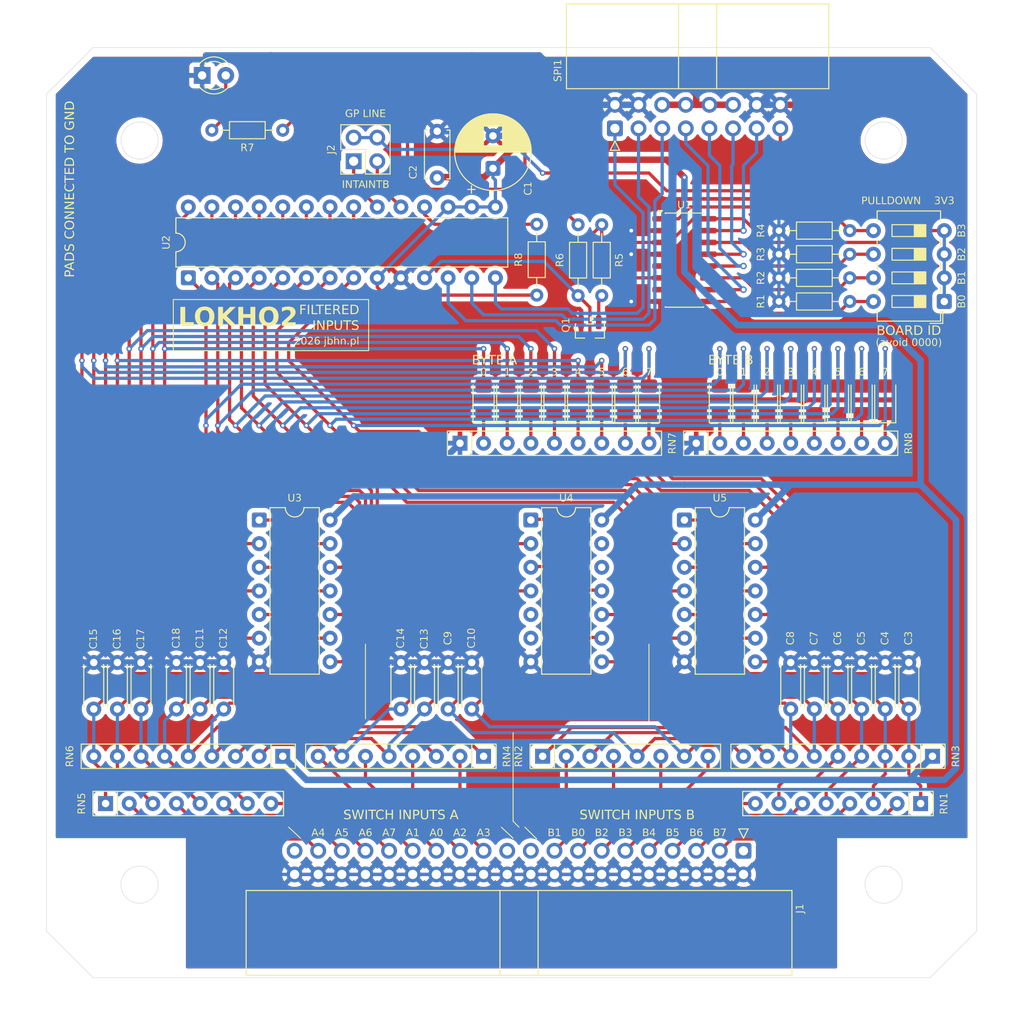
<source format=kicad_pcb>
(kicad_pcb (version 20241229) (generator "pcbnew") (generator_version "9.0")
  (layers (0 "F.Cu" signal) (2 "B.Cu" signal) (13 "F.Paste" user) (15 "B.Paste" user) (5 "F.SilkS" user "F.Silkscreen") (7 "B.SilkS" user "B.Silkscreen") (1 "F.Mask" user) (3 "B.Mask" user) (25 "Edge.Cuts" user))
  (net 0 "")
  (net 1 "SPI_MISO")
  (net 2 "GND")
  (net 3 "SPI_MOSI")
  (net 4 "SPI_SCK")
  (net 5 "+3V3")
  (net 6 "SPI_S0")
  (net 7 "SPI_S1")
  (net 8 "SPI_S2")
  (net 9 "SPI_S3")
  (net 10 "GP")
  (net 11 "ADDR_SEL")
  (net 12 "Net-(Q1-B)")
  (net 13 "Net-(U1-B0)")
  (net 14 "Net-(U1-B1)")
  (net 15 "Net-(U1-B2)")
  (net 16 "Net-(U1-B3)")
  (net 17 "Net-(U1-Oa=b)")
  (net 18 "Net-(U2-~{RESET})")
  (net 21 "INTB")
  (net 22 "INTA")
  (net 23 "Net-(D1-A)")
  (net 24 "GPB0")
  (net 25 "GPA4")
  (net 26 "GPB2")
  (net 27 "GPB3")
  (net 28 "GPB5")
  (net 29 "GPA3")
  (net 30 "GPB1")
  (net 31 "GPA0")
  (net 32 "GPA2")
  (net 33 "GPB4")
  (net 34 "GPA5")
  (net 35 "GPA7")
  (net 36 "GPB6")
  (net 37 "GPA6")
  (net 38 "GPB7")
  (net 39 "GPA1")
  (net 40 "INP0")
  (net 41 "INP2")
  (net 42 "INP1")
  (net 43 "INP3")
  (net 44 "INP5")
  (net 45 "INP7")
  (net 46 "INP4")
  (net 47 "INP6")
  (net 48 "INP8")
  (net 49 "INP10")
  (net 50 "INP9")
  (net 51 "INP11")
  (net 52 "INP13")
  (net 53 "INP15")
  (net 54 "INP12")
  (net 55 "INP14")
  (net 60 "INP0F")
  (net 61 "INP1F")
  (net 62 "INP2F")
  (net 63 "INP3F")
  (net 64 "INP4F")
  (net 65 "INP5F")
  (net 66 "INP6F")
  (net 67 "INP7F")
  (net 68 "INP8F")
  (net 69 "INP9F")
  (net 70 "INP10F")
  (net 71 "INP11F")
  (net 72 "INP12F")
  (net 73 "INP13F")
  (net 74 "INP14F")
  (net 75 "INP15F")
  (net 76 "Net-(D2-K)")
  (net 77 "Net-(D3-K)")
  (net 78 "Net-(D4-K)")
  (net 79 "Net-(D5-K)")
  (net 80 "Net-(D6-K)")
  (net 81 "Net-(D7-K)")
  (net 82 "Net-(D8-K)")
  (net 83 "Net-(D9-K)")
  (net 84 "Net-(D10-K)")
  (net 85 "Net-(D11-K)")
  (net 86 "Net-(D12-K)")
  (net 87 "Net-(D13-K)")
  (net 88 "Net-(D14-K)")
  (net 89 "Net-(D15-K)")
  (net 90 "Net-(D16-K)")
  (net 91 "Net-(D17-K)")
  (footprint "Resistor_THT:R_Axial_DIN0204_L3.6mm_D1.6mm_P7.62mm_Horizontal" (layer "F.Cu") (at 186.36 84.765 180)
    (property "Reference" "R2")
    (property "Value" "10k")
  )
  (footprint "LED_SMD:LED_1206_3216Metric_Pad1.42x1.75mm_HandSolder" (layer "F.Cu") (at 164.77 97.8825 90)
    (property "Reference" "D9" (hide yes))
    (property "Value" "R")
  )
  (footprint "Capacitor_THT:C_Disc_D4.3mm_W1.9mm_P5.00mm" (layer "F.Cu") (at 110.16 131.12 90)
    (property "Reference" "C17")
    (property "Value" "100n")
  )
  (footprint "Resistor_THT:R_Axial_DIN0204_L3.6mm_D1.6mm_P7.62mm_Horizontal" (layer "F.Cu") (at 125.4 68.89 180)
    (property "Reference" "R7")
    (property "Value" "1k")
  )
  (footprint "LED_SMD:LED_1206_3216Metric_Pad1.42x1.75mm_HandSolder" (layer "F.Cu") (at 157.15 97.8825 90)
    (property "Reference" "D6" (hide yes))
    (property "Value" "R")
  )
  (footprint "Resistor_THT:R_Axial_DIN0204_L3.6mm_D1.6mm_P7.62mm_Horizontal" (layer "F.Cu") (at 159.69 79.05 -90)
    (property "Reference" "R5")
    (property "Value" "10k")
  )
  (footprint "LED_THT:LED_D3.0mm" (layer "F.Cu") (at 116.73 63)
    (property "Reference" "D1" (hide yes))
    (property "Value" "LED")
  )
  (footprint "Connector_PinHeader_2.54mm:PinHeader_2x02_P2.54mm_Vertical" (layer "F.Cu") (at 133.02 72.225 90)
    (property "Reference" "J2")
    (property "Value" "INT")
  )
  (footprint "Capacitor_THT:C_Disc_D4.3mm_W1.9mm_P5.00mm" (layer "F.Cu") (at 138.1 131.12 90)
    (property "Reference" "C14")
    (property "Value" "100n")
  )
  (footprint "Resistor_THT:R_Array_SIP8" (layer "F.Cu") (at 106.35 141.28)
    (property "Reference" "RN5")
    (property "Value" "4608X-102-331LF")
  )
  (footprint "LED_SMD:LED_1206_3216Metric_Pad1.42x1.75mm_HandSolder" (layer "F.Cu") (at 159.69 97.8825 90)
    (property "Reference" "D7" (hide yes))
    (property "Value" "R")
  )
  (footprint "Capacitor_THT:C_Disc_D4.3mm_W1.9mm_P5.00mm" (layer "F.Cu") (at 116.51 131.12 90)
    (property "Reference" "C11")
    (property "Value" "100n")
  )
  (footprint "Capacitor_THT:C_Disc_D4.3mm_W1.9mm_P5.00mm" (layer "F.Cu") (at 182.55 131.12 90)
    (property "Reference" "C7")
    (property "Value" "100n")
  )
  (footprint "LED_SMD:LED_1206_3216Metric_Pad1.42x1.75mm_HandSolder" (layer "F.Cu") (at 146.99 97.8825 90)
    (property "Reference" "D2" (hide yes))
    (property "Value" "R")
  )
  (footprint "Package_SO:SO-16_3.9x9.9mm_P1.27mm" (layer "F.Cu") (at 168.58 82.86)
    (property "Reference" "U1")
    (property "Value" "74HC85")
  )
  (footprint "Capacitor_THT:C_Disc_D4.3mm_W1.9mm_P5.00mm" (layer "F.Cu") (at 105.08 131.12 90)
    (property "Reference" "C15")
    (property "Value" "100n")
  )
  (footprint "LED_SMD:LED_1206_3216Metric_Pad1.42x1.75mm_HandSolder" (layer "F.Cu") (at 177.47 97.8825 90)
    (property "Reference" "D12" (hide yes))
    (property "Value" "R")
  )
  (footprint "Capacitor_THT:C_Disc_D4.3mm_W1.9mm_P5.00mm" (layer "F.Cu") (at 140.64 131.12 90)
    (property "Reference" "C13")
    (property "Value" "100n")
  )
  (footprint "Capacitor_THT:C_Disc_D4.3mm_W1.9mm_P5.00mm" (layer "F.Cu") (at 190.17 131.12 90)
    (property "Reference" "C4")
    (property "Value" "100n")
  )
  (footprint "Capacitor_THT:C_Disc_D4.3mm_W1.9mm_P5.00mm" (layer "F.Cu") (at 143.18 131.12 90)
    (property "Reference" "C9")
    (property "Value" "100n")
  )
  (footprint "Package_DIP:DIP-14_W7.62mm" (layer "F.Cu") (at 152.07 110.8)
    (property "Reference" "U4")
    (property "Value" "74AHC04")
  )
  (footprint "LED_SMD:LED_1206_3216Metric_Pad1.42x1.75mm_HandSolder" (layer "F.Cu") (at 185.09 97.8825 90)
    (property "Reference" "D15" (hide yes))
    (property "Value" "R")
  )
  (footprint "Resistor_THT:R_Array_SIP9" (layer "F.Cu") (at 144.45 102.545)
    (property "Reference" "RN7")
    (property "Value" "4609X-101-102LF")
  )
  (footprint "Resistor_THT:R_Array_SIP9" (layer "F.Cu") (at 125.4 136.2 180)
    (property "Reference" "RN6")
    (property "Value" "4609X-101-103LF")
  )
  (footprint "Capacitor_THT:C_Disc_D5.0mm_W2.5mm_P5.00mm" (layer "F.Cu") (at 142 69 -90)
    (property "Reference" "C2")
    (property "Value" "100n")
  )
  (footprint "Resistor_THT:R_Array_SIP9" (layer "F.Cu") (at 195.25 136.2 180)
    (property "Reference" "RN3")
    (property "Value" "4609X-101-103LF")
  )
  (footprint "Package_TO_SOT_SMD:SOT-23" (layer "F.Cu") (at 158.42 90.48 -90)
    (property "Reference" "Q1")
    (property "Value" "BC846")
  )
  (footprint "Connector_IDC:IDC-Header_2x20_P2.54mm_Horizontal" (layer "F.Cu") (at 174.93 146.36 -90)
    (property "Reference" "J1")
    (property "Value" "SWITCHES")
  )
  (footprint "Button_Switch_THT:SW_DIP_SPSTx04_Slide_6.7x11.72mm_W7.62mm_P2.54mm_LowProfile" (layer "F.Cu") (at 196.52 87.305 180)
    (property "Reference" "SW1" (hide yes))
    (property "Value" "SW_DIP_x04")
  )
  (footprint "Package_DIP:DIP-14_W7.62mm" (layer "F.Cu") (at 122.865 110.8)
    (property "Reference" "U3")
    (property "Value" "74AHC04")
  )
  (footprint "Resistor_THT:R_Array_SIP8" (layer "F.Cu") (at 146.99 136.2 180)
    (property "Reference" "RN4")
    (property "Value" "4608X-102-331LF")
  )
  (footprint "Resistor_THT:R_Axial_DIN0204_L3.6mm_D1.6mm_P7.62mm_Horizontal" (layer "F.Cu") (at 152.705 86.62 90)
    (property "Reference" "R8")
    (property "Value" "10k")
  )
  (footprint "Resistor_THT:R_Array_SIP8" (layer "F.Cu") (at 153.34 136.2)
    (property "Reference" "RN2")
    (property "Value" "4608X-102-331LF")
  )
  (footprint "Capacitor_THT:C_Disc_D4.3mm_W1.9mm_P5.00mm" (layer "F.Cu") (at 113.97 131.12 90)
    (property "Reference" "C18")
    (property "Value" "100n")
  )
  (footprint "Capacitor_THT:C_Disc_D4.3mm_W1.9mm_P5.00mm" (layer "F.Cu") (at 185.09 131.12 90)
    (property "Reference" "C6")
    (property "Value" "100n")
  )
  (footprint "LED_SMD:LED_1206_3216Metric_Pad1.42x1.75mm_HandSolder" (layer "F.Cu") (at 149.53 97.8825 90)
    (property "Reference" "D3" (hide yes))
    (property "Value" "R")
  )
  (footprint "LED_SMD:LED_1206_3216Metric_Pad1.42x1.75mm_HandSolder" (layer "F.Cu") (at 154.61 97.8825 90)
    (property "Reference" "D5" (hide yes))
    (property "Value" "R")
  )
  (footprint "Resistor_THT:R_Array_SIP8" (layer "F.Cu") (at 193.98 141.28 180)
    (property "Reference" "RN1")
    (property "Value" "4608X-102-331LF")
  )
  (footprint "LED_SMD:LED_1206_3216Metric_Pad1.42x1.75mm_HandSolder" (layer "F.Cu") (at 182.55 97.8825 90)
    (property "Reference" "D14" (hide yes))
    (property "Value" "R")
  )
  (footprint "Resistor_THT:R_Axial_DIN0204_L3.6mm_D1.6mm_P7.62mm_Horizontal" (layer "F.Cu") (at 186.36 87.305 180)
    (property "Reference" "R1")
    (property "Value" "10k")
  )
  (footprint "Capacitor_THT:C_Disc_D4.3mm_W1.9mm_P5.00mm" (layer "F.Cu") (at 192.71 131.12 90)
    (property "Reference" "C3")
    (property "Value" "100n")
  )
  (footprint "Capacitor_THT:C_Disc_D4.3mm_W1.9mm_P5.00mm" (layer "F.Cu") (at 119.05 131.12 90)
    (property "Reference" "C12")
    (property "Value" "100n")
  )
  (footprint "LED_SMD:LED_1206_3216Metric_Pad1.42x1.75mm_HandSolder" (layer "F.Cu") (at 172.39 97.8825 90)
    (property "Reference" "D10" (hide yes))
    (property "Value" "R")
  )
  (footprint "LED_SMD:LED_1206_3216Metric_Pad1.42x1.75mm_HandSolder" (layer "F.Cu") (at 180.01 97.8825 90)
    (property "Reference" "D13" (hide yes))
    (property "Value" "R")
  )
  (footprint "LED_SMD:LED_1206_3216Metric_Pad1.42x1.75mm_HandSolder" (layer "F.Cu") (at 190.17 97.8825 90)
    (property "Reference" "D17" (hide yes))
    (property "Value" "R")
  )
  (footprint "Capacitor_THT:C_Disc_D4.3mm_W1.9mm_P5.00mm" (layer "F.Cu") (at 107.62 131.12 90)
    (property "Reference" "C16")
    (property "Value" "100n")
  )
  (footprint "Resistor_THT:R_Axial_DIN0204_L3.6mm_D1.6mm_P7.62mm_Horizontal" (layer "F.Cu") (at 186.36 79.685 180)
    (property "Reference" "R4")
    (property "Value" "10k")
  )
  (footprint "LED_SMD:LED_1206_3216Metric_Pad1.42x1.75mm_HandSolder" (layer "F.Cu") (at 152.07 97.8825 90)
    (property "Reference" "D4" (hide yes))
    (property "Value" "R")
  )
  (footprint "Package_DIP:DIP-14_W7.62mm" (layer "F.Cu") (at 168.58 110.8)
    (property "Reference" "U5")
    (property "Value" "74AHC04")
  )
  (footprint "Capacitor_THT:CP_Radial_D8.0mm_P3.50mm" (layer "F.Cu") (at 148 73 90)
    (property "Reference" "C1")
    (property "Value" "330u")
  )
  (footprint "Resistor_THT:R_Array_SIP9" (layer "F.Cu") (at 169.85 102.545)
    (property "Reference" "RN8")
    (property "Value" "4609X-101-102LF")
  )
  (footprint "Resistor_THT:R_Axial_DIN0204_L3.6mm_D1.6mm_P7.62mm_Horizontal" (layer "F.Cu") (at 186.36 82.225 180)
    (property "Reference" "R3")
    (property "Value" "10k")
  )
  (footprint "Package_DIP:DIP-28_W7.62mm" (layer "F.Cu") (at 115.24 84.765 90)
    (property "Reference" "U2")
    (property "Value" "MCP23S17_SP")
  )
  (footprint "LED_SMD:LED_1206_3216Metric_Pad1.42x1.75mm_HandSolder" (layer "F.Cu") (at 174.93 97.8825 90)
    (property "Reference" "D11" (hide yes))
    (property "Value" "R")
  )
  (footprint "Capacitor_THT:C_Disc_D4.3mm_W1.9mm_P5.00mm" (layer "F.Cu") (at 180.01 131.12 90)
    (property "Reference" "C8")
    (property "Value" "100n")
  )
  (footprint "Resistor_THT:R_Axial_DIN0204_L3.6mm_D1.6mm_P7.62mm_Horizontal" (layer "F.Cu") (at 157.15 86.67 90)
    (property "Reference" "R6")
    (property "Value" "10k")
  )
  (footprint "Capacitor_THT:C_Disc_D4.3mm_W1.9mm_P5.00mm" (layer "F.Cu") (at 187.63 131.12 90)
    (property "Reference" "C5")
    (property "Value" "100n")
  )
  (footprint "Connector_IDC:IDC-Header_2x08_P2.54mm_Horizontal" (layer "F.Cu") (at 161.11 68.6975 90)
    (property "Reference" "SPI1")
    (property "Value" "LOKHO2 SPI")
  )
  (footprint "LED_SMD:LED_1206_3216Metric_Pad1.42x1.75mm_HandSolder" (layer "F.Cu") (at 162.23 97.8825 90)
    (property "Reference" "D8" (hide yes))
    (property "Value" "R")
  )
  (footprint "LED_SMD:LED_1206_3216Metric_Pad1.42x1.75mm_HandSolder" (layer "F.Cu") (at 187.63 97.8825 90)
    (property "Reference" "D16" (hide yes))
    (property "Value" "R")
  )
  (footprint "Capacitor_THT:C_Disc_D4.3mm_W1.9mm_P5.00mm" (layer "F.Cu") (at 145.72 131.12 90)
    (property "Reference" "C10")
    (property "Value" "100n")
  )
  (gr_circle (center 110 70) (end 113.5 70) (stroke (width 2)) (fill no) (layers "F.Cu" "F.Mask") (net 2))
  (gr_circle (center 190 70) (end 193.5 70) (stroke (width 2)) (fill no) (layers "F.Cu" "F.Mask") (net 2))
  (gr_line (start 150.165 143.185) (end 150.165 133.66) (stroke (width 0.1)) (layer "F.SilkS"))
  (gr_line (start 151.435 143.82) (end 152.705 145.09) (stroke (width 0.1)) (layer "F.SilkS"))
  (gr_rect (start 113.63 87.095) (end 134.63 92.595) (stroke (width 0.1)) (fill no) (layer "F.SilkS"))
  (gr_line (start 148.895 143.82) (end 150.165 145.01) (stroke (width 0.1)) (layer "F.SilkS"))
  (gr_line (start 126.035 143.82) (end 127.305 145.01) (stroke (width 0.1)) (layer "F.SilkS"))
  (gr_line (start 150.8 143.82) (end 150.165 143.185) (stroke (width 0.1)) (layer "F.SilkS"))
  (gr_line (start 164.77 124.135) (end 164.77 132.39) (stroke (width 0.1)) (layer "F.SilkS"))
  (gr_line (start 134.29 124.135) (end 134.29 132.17) (stroke (width 0.1)) (layer "F.SilkS"))
  (gr_line (start 100 155) (end 100 65) (stroke (width 0.05)) (layer "Edge.Cuts"))
  (gr_circle (center 110 70) (end 112 70) (stroke (width 0.05)) (fill no) (layer "Edge.Cuts"))
  (gr_line (start 105 160) (end 100 155) (stroke (width 0.05)) (layer "Edge.Cuts"))
  (gr_line (start 200 65) (end 200 155) (stroke (width 0.05)) (layer "Edge.Cuts"))
  (gr_circle (center 190 150) (end 192 150) (stroke (width 0.05)) (fill no) (layer "Edge.Cuts"))
  (gr_line (start 195 160) (end 105 160) (stroke (width 0.05)) (layer "Edge.Cuts"))
  (gr_circle (center 190 70) (end 192 70) (stroke (width 0.05)) (fill no) (layer "Edge.Cuts"))
  (gr_line (start 105 60) (end 195 60) (stroke (width 0.05)) (layer "Edge.Cuts"))
  (gr_line (start 200 155) (end 195 160) (stroke (width 0.05)) (layer "Edge.Cuts"))
  (gr_line (start 100 65) (end 105 60) (stroke (width 0.05)) (layer "Edge.Cuts"))
  (gr_circle (center 110 150) (end 108 150) (stroke (width 0.05)) (fill no) (layer "Edge.Cuts"))
  (gr_line (start 195 60) (end 200 65) (stroke (width 0.05)) (layer "Edge.Cuts"))
  (gr_text "1" (at 149.53 94.925 0) (layer "F.SilkS") (effects (font (size 0.8 0.8) (thickness 0.125))))
  (gr_text "3V3" (at 196.52 76.51 0) (layer "F.SilkS") (effects (font (size 0.8 0.8) (thickness 0.125))))
  (gr_text "5" (at 159.69 94.925 0) (layer "F.SilkS") (effects (font (size 0.8 0.8) (thickness 0.125))))
  (gr_text "A2" (at 144.45 144.455 0) (layer "F.SilkS") (effects (font (size 0.8 0.8) (thickness 0.125))))
  (gr_text "1" (at 174.93 94.925 0) (layer "F.SilkS") (effects (font (size 0.8 0.8) (thickness 0.125))))
  (gr_text "A4" (at 129.21 144.455 0) (layer "F.SilkS") (effects (font (size 0.8 0.8) (thickness 0.125))))
  (gr_text "BYTE B" (at 171.12 93.655 0) (layer "F.SilkS") (effects (font (size 1 1) (thickness 0.125)) (justify left)))
  (gr_text "B7" (at 172.39 144.455 0) (layer "F.SilkS") (effects (font (size 0.8 0.8) (thickness 0.125))))
  (gr_text "7" (at 164.77 94.925 0) (layer "F.SilkS") (effects (font (size 0.8 0.8) (thickness 0.125))))
  (gr_text "B1" (at 154.61 144.455 0) (layer "F.SilkS") (effects (font (size 0.8 0.8) (thickness 0.125))))
  (gr_text "PULLDOWN" (at 190.805 76.51 0) (layer "F.SilkS") (effects (font (size 0.8 0.8) (thickness 0.125))))
  (gr_text "INTB" (at 135.56 74.765 0) (layer "F.SilkS") (effects (font (size 0.8 0.8) (thickness 0.125))))
  (gr_text "A0" (at 141.91 144.455 0) (layer "F.SilkS") (effects (font (size 0.8 0.8) (thickness 0.125))))
  (gr_text "4" (at 157.15 94.925 0) (layer "F.SilkS") (effects (font (size 0.8 0.8) (thickness 0.125))))
  (gr_text "A1" (at 139.37 144.455 0) (layer "F.SilkS") (effects (font (size 0.8 0.8) (thickness 0.125))))
  (gr_text "4" (at 182.55 94.925 0) (layer "F.SilkS") (effects (font (size 0.8 0.8) (thickness 0.125))))
  (gr_text "B0" (at 198.425 87.305 90) (layer "F.SilkS") (effects (font (size 0.8 0.8) (thickness 0.125))))
  (gr_text "A6" (at 134.29 144.455 0) (layer "F.SilkS") (effects (font (size 0.8 0.8) (thickness 0.125))))
  (gr_text "FILTERED\nINPUTS" (at 133.63 89.095 0) (layer "F.SilkS") (effects (font (size 1 1) (thickness 0.125)) (justify right)))
  (gr_text "SWITCH INPUTS A" (at 138.1 142.55 0) (layer "F.SilkS") (effects (font (size 1 1) (thickness 0.125))))
  (gr_text "6" (at 162.23 94.925 0) (layer "F.SilkS") (effects (font (size 0.8 0.8) (thickness 0.125))))
  (gr_text "5" (at 185.09 94.925 0) (layer "F.SilkS") (effects (font (size 0.8 0.8) (thickness 0.125))))
  (gr_text "A5" (at 131.75 144.455 0) (layer "F.SilkS") (effects (font (size 0.8 0.8) (thickness 0.125))))
  (gr_text "B6" (at 169.85 144.455 0) (layer "F.SilkS") (effects (font (size 0.8 0.8) (thickness 0.125))))
  (gr_text "B2" (at 198.425 82.225 90) (layer "F.SilkS") (effects (font (size 0.8 0.8) (thickness 0.125))))
  (gr_text "3" (at 154.61 94.925 0) (layer "F.SilkS") (effects (font (size 0.8 0.8) (thickness 0.125))))
  (gr_text "A3" (at 146.99 144.455 0) (layer "F.SilkS") (effects (font (size 0.8 0.8) (thickness 0.125))))
  (gr_text "GP LINE" (at 134.29 67.145 0) (layer "F.SilkS") (effects (font (size 0.8 0.8) (thickness 0.125))))
  (gr_text "0" (at 146.99 94.925 0) (layer "F.SilkS") (effects (font (size 0.8 0.8) (thickness 0.125))))
  (gr_text "INTA" (at 133.02 74.765 0) (layer "F.SilkS") (effects (font (size 0.8 0.8) (thickness 0.125))))
  (gr_text "3" (at 180.01 94.925 0) (layer "F.SilkS") (effects (font (size 0.8 0.8) (thickness 0.125))))
  (gr_text "B1" (at 198.425 84.765 90) (layer "F.SilkS") (effects (font (size 0.8 0.8) (thickness 0.125))))
  (gr_text "2" (at 177.47 94.925 0) (layer "F.SilkS") (effects (font (size 0.8 0.8) (thickness 0.125))))
  (gr_text "PADS CONNECTED TO GND" (at 102.54 65.715 90) (layer "F.SilkS") (effects (font (size 1 1) (thickness 0.125)) (justify right)))
  (gr_text "B4" (at 164.77 144.455 0) (layer "F.SilkS") (effects (font (size 0.8 0.8) (thickness 0.125))))
  (gr_text "2026 jbhn.pl" (at 133.63 91.595 0) (layer "F.SilkS") (effects (font (size 0.8 0.8) (thickness 0.125)) (justify right)))
  (gr_text "B3" (at 198.425 79.685 90) (layer "F.SilkS") (effects (font (size 0.8 0.8) (thickness 0.125))))
  (gr_text "2" (at 152.07 94.925 0) (layer "F.SilkS") (effects (font (size 0.8 0.8) (thickness 0.125))))
  (gr_text "BOARD ID" (at 192.71 90.48 0) (layer "F.SilkS") (effects (font (size 1 1) (thickness 0.125))))
  (gr_text "B5" (at 167.31 144.455 0) (layer "F.SilkS") (effects (font (size 0.8 0.8) (thickness 0.125))))
  (gr_text "7" (at 190.17 94.925 0) (layer "F.SilkS") (effects (font (size 0.8 0.8) (thickness 0.125))))
  (gr_text "SWITCH INPUTS B" (at 163.5 142.55 0) (layer "F.SilkS") (effects (font (size 1 1) (thickness 0.125))))
  (gr_text "B2" (at 159.69 144.455 0) (layer "F.SilkS") (effects (font (size 0.8 0.8) (thickness 0.125))))
  (gr_text "6" (at 187.63 94.925 0) (layer "F.SilkS") (effects (font (size 0.8 0.8) (thickness 0.125))))
  (gr_text "A7" (at 136.83 144.455 0) (layer "F.SilkS") (effects (font (size 0.8 0.8) (thickness 0.125))))
  (gr_text "B0" (at 157.15 144.455 0) (layer "F.SilkS") (effects (font (size 0.8 0.8) (thickness 0.125))))
  (gr_text "0" (at 172.39 94.925 0) (layer "F.SilkS") (effects (font (size 0.8 0.8) (thickness 0.125))))
  (gr_text "(avoid 0000)" (at 192.71 91.75 0) (layer "F.SilkS") (effects (font (size 0.8 0.8) (thickness 0.125))))
  (gr_text "B3" (at 162.23 144.455 0) (layer "F.SilkS") (effects (font (size 0.8 0.8) (thickness 0.125))))
  (gr_text "BYTE A" (at 145.72 93.655 0) (layer "F.SilkS") (effects (font (size 1 1) (thickness 0.125)) (justify left)))
  (gr_text "LOKHO2" (at 114.13 89.095 0) (layer "F.SilkS") (effects (font (size 2 2) (thickness 0.4) (bold yes)) (justify left)))
  (segment (start 148.895 88.1) (end 156.04 88.1) (width 0.35) (layer "B.Cu") (net 1))
  (segment (start 156.04 88.1) (end 156.515 88.575) (width 0.35) (layer "B.Cu") (net 1))
  (segment (start 161.11 74.755) (end 161.11 68.6975) (width 0.35) (layer "B.Cu") (net 1))
  (segment (start 148.26 87.465) (end 148.895 88.1) (width 0.35) (layer "B.Cu") (net 1))
  (segment (start 164.135 77.78) (end 161.11 74.755) (width 0.35) (layer "B.Cu") (net 1))
  (segment (start 148.26 84.765) (end 148.26 87.465) (width 0.35) (layer "B.Cu") (net 1))
  (segment (start 163.5 88.575) (end 164.135 87.94) (width 0.35) (layer "B.Cu") (net 1))
  (segment (start 156.515 88.575) (end 163.5 88.575) (width 0.35) (layer "B.Cu") (net 1))
  (segment (start 164.135 87.94) (end 164.135 77.78) (width 0.35) (layer "B.Cu") (net 1))
  (segment (start 160.325 84.765) (end 162.865 87.305) (width 0.35) (layer "F.Cu") (net 2))
  (segment (start 162.865 82.225) (end 166.005 82.225) (width 0.35) (layer "F.Cu") (net 2))
  (segment (start 126.67 148.9) (end 174.93 148.9) (width 0.35) (layer "F.Cu") (net 2))
  (segment (start 155.88 84.765) (end 160.325 84.765) (width 0.35) (layer "F.Cu") (net 2))
  (segment (start 189.6575 66.1575) (end 190 66.5) (width 0.7) (layer "F.Cu") (net 2))
  (segment (start 155.245 85.4) (end 155.88 84.765) (width 0.35) (layer "F.Cu") (net 2))
  (segment (start 116.73 63) (end 113.5 63) (width 0.35) (layer "F.Cu") (net 2))
  (segment (start 166.005 79.685) (end 162.865 79.685) (width 0.35) (layer "F.Cu") (net 2))
  (segment (start 157.47 89.5425) (end 155.245 87.3175) (width 0.35) (layer "F.Cu") (net 2))
  (segment (start 162.865 87.305) (end 166.005 87.305) (width 0.35) (layer "F.Cu") (net 2))
  (segment (start 178.89 66.1575) (end 189.6575 66.1575) (width 0.7) (layer "F.Cu") (net 2))
  (segment (start 155.245 87.3175) (end 155.245 85.4) (width 0.35) (layer "F.Cu") (net 2))
  (segment (start 113.5 63) (end 110 66.5) (width 0.35) (layer "F.Cu") (net 2))
  (via (at 162.865 79.685) (size 0.7) (drill 0.4) (layers "F.Cu" "B.Cu") (net 2))
  (via (at 162.865 87.305) (size 0.7) (drill 0.4) (layers "F.Cu" "B.Cu") (net 2))
  (via (at 162.865 82.225) (size 0.7) (drill 0.4) (layers "F.Cu" "B.Cu") (net 2))
  (segment (start 143.815 79.05) (end 149.53 79.05) (width 0.35) (layer "B.Cu") (net 2))
  (segment (start 116.73 61.266) (end 117.145 60.851) (width 0.35) (layer "B.Cu") (net 2))
  (segment (start 146.5875 66.1575) (end 153.590151 66.1575) (width 0.7) (layer "B.Cu") (net 2))
  (segment (start 145.72 126.12) (end 136.75 126.12) (width 0.7) (layer "B.Cu") (net 2))
  (segment (start 192.71 126.12) (end 179.93 126.12) (width 0.7) (layer "B.Cu") (net 2))
  (segment (start 178.74 87.305) (end 178.74 79.685) (width 0.35) (layer "B.Cu") (net 2))
  (segment (start 116.73 63) (end 116.73 61.266) (width 0.35) (layer "B.Cu") (net 2))
  (segment (start 103.81 128.58) (end 120.325 128.58) (width 0.7) (layer "B.Cu") (net 2))
  (segment (start 153.368826 66.378826) (end 151.463826 68.283826) (width 0.7) (layer "B.Cu") (net 2))
  (segment (start 120.32 148.9) (end 115.24 143.82) (width 0.35) (layer "B.Cu") (net 2))
  (segment (start 141.275 105.72) (end 102.54 105.72) (width 0.7) (layer "B.Cu") (net 2))
  (segment (start 102.54 124.77) (end 102.54 127.31) (width 0.7) (layer "B.Cu") (net 2))
  (segment (start 177.47 66.1575) (end 176.35 66.1575) (width 0.7) (layer "B.Cu") (net 2))
  (segment (start 120.325 128.58) (end 134.29 128.58) (width 0.7) (layer "B.Cu") (net 2))
  (segment (start 134.29 128.58) (end 149.53 128.58) (width 0.7) (layer "B.Cu") (net 2))
  (segment (start 136.75 126.12) (end 134.29 128.58) (width 0.7) (layer "B.Cu") (net 2))
  (segment (start 122.865 126.04) (end 120.325 128.58) (width 0.7) (layer "B.Cu") (net 2))
  (segment (start 177.47 64.445) (end 176.835 63.81) (width 0.7) (layer "B.Cu") (net 2))
  (segment (start 181.915 70.16) (end 181.915 64.445) (width 0.35) (layer "B.Cu") (net 2))
  (segment (start 149.53 79.05) (end 154.61 73.97) (width 0.35) (layer "B.Cu") (net 2))
  (segment (start 102.54 127.31) (end 103.81 128.58) (width 0.7) (layer "B.Cu") (net 2))
  (segment (start 177.47 66.1575) (end 177.47 64.445) (width 0.7) (layer "B.Cu") (net 2))
  (segment (start 152.705 69.525) (end 151.463826 68.283826) (width 0.35) (layer "B.Cu") (net 2))
  (segment (start 152.978652 60.851) (end 145.72 60.851) (width 0.7) (layer "B.Cu") (net 2))
  (segment (start 178.89 66.1575) (end 177.47 66.1575) (width 0.7) (layer "B.Cu") (net 2))
  (segment (start 102.54 86.67) (end 102.54 105.72) (width 0.7) (layer "B.Cu") (net 2))
  (segment (start 154.61 73.97) (end 154.61 71.43) (width 0.35) (layer "B.Cu") (net 2))
  (segment (start 143.745 69) (end 146.5875 66.1575) (width 0.7) (layer "B.Cu") (net 2))
  (segment (start 103.81 143.82) (end 102.54 142.55) (width 0.35) (layer "B.Cu") (net 2))
  (segment (start 181.915 64.445) (end 181.28 63.81) (width 0.35) (layer "B.Cu") (net 2))
  (segment (start 174.93 148.9) (end 120.32 148.9) (width 0.35) (layer "B.Cu") (net 2))
  (segment (start 179.93 126.12) (end 177.47 128.58) (width 0.7) (layer "B.Cu") (net 2))
  (segment (start 121.59 71.43) (end 117.78 75.24) (width 0.7) (layer "B.Cu") (net 2))
  (segment (start 168.58 126.04) (end 166.04 128.58) (width 0.7) (layer "B.Cu") (net 2))
  (segment (start 153.590151 66.1575) (end 153.368826 66.378826) (width 0.7) (layer "B.Cu") (net 2))
  (segment (start 142 69) (end 143.745 69) (width 0.7) (layer "B.Cu") (net 2))
  (segment (start 115.24 143.82) (end 103.81 143.82) (width 0.35) (layer "B.Cu") (net 2))
  (segment (start 166.04 128.58) (end 177.47 128.58) (width 0.7) (layer "B.Cu") (net 2))
  (segment (start 102.54 105.72) (end 102.54 124.77) (width 0.7) (layer "B.Cu") (net 2))
  (segment (start 178.74 79.685) (end 178.74 73.335) (width 0.35) (layer "B.Cu") (net 2))
  (segment (start 149.53 128.58) (end 166.04 128.58) (width 0.7) (layer "B.Cu") (net 2))
  (segment (start 121.59 63.391) (end 121.59 71.43) (width 0.7) (layer "B.Cu") (net 2))
  (segment (start 162.865 82.225) (end 162.865 87.305) (width 0.35) (layer "B.Cu") (net 2))
  (segment (start 150.247652 69.5) (end 148 69.5) (width 0.7) (layer "B.Cu") (net 2))
  (segment (start 117.78 75.24) (end 113.97 75.24) (width 0.7) (layer "B.Cu") (net 2))
  (segment (start 155.937652 63.81) (end 153.368826 66.378826) (width 0.7) (layer "B.Cu") (net 2))
  (segment (start 124.13 60.851) (end 117.145 60.851) (width 0.7) (layer "B.Cu") (net 2))
  (segment (start 178.74 73.335) (end 181.915 70.16) (width 0.35) (layer "B.Cu") (net 2))
  (segment (start 166.675 105.72) (end 141.275 105.72) (width 0.7) (layer "B.Cu") (net 2))
  (segment (start 163.65 66.1575) (end 153.590151 66.1575) (width 0.7) (layer "B.Cu") (net 2))
  (segment (start 103.89 126.12) (end 102.54 124.77) (width 0.7) (layer "B.Cu") (net 2))
  (segment (start 162.865 79.685) (end 154.61 71.43) (width 0.35) (layer "B.Cu") (net 2))
  (segment (start 138.1 84.765) (end 143.815 79.05) (width 0.35) (layer "B.Cu") (net 2))
  (segment (start 162.865 79.685) (end 162.865 82.225) (width 0.35) (layer "B.Cu") (net 2))
  (segment (start 169.85 102.545) (end 166.675 105.72) (width 0.7) (layer "B.Cu") (net 2))
  (segment (start 144.45 102.545) (end 141.275 105.72) (width 0.7) (layer "B.Cu") (net 2))
  (segment (start 113.97 75.24) (end 102.54 86.67) (width 0.7) (layer "B.Cu") (net 2))
  (segment (start 155.937652 63.81) (end 152.978652 60.851) (width 0.7) (layer "B.Cu") (net 2))
  (segment (start 176.835 63.81) (end 155.937652 63.81) (width 0.7) (layer "B.Cu") (net 2))
  (segment (start 124.13 60.851) (end 121.59 63.391) (width 0.7) (layer "B.Cu") (net 2))
  (segment (start 151.463826 68.283826) (end 150.247652 69.5) (width 0.7) (layer "B.Cu") (net 2))
  (segment (start 102.54 142.55) (end 102.54 127.31) (width 0.35) (layer "B.Cu") (net 2))
  (segment (start 119.05 126.12) (end 103.89 126.12) (width 0.7) (layer "B.Cu") (net 2))
  (segment (start 154.61 71.43) (end 152.705 69.525) (width 0.35) (layer "B.Cu") (net 2))
  (segment (start 145.72 60.851) (end 124.13 60.851) (width 0.7) (layer "B.Cu") (net 2))
  (segment (start 181.28 63.81) (end 176.835 63.81) (width 0.35) (layer "B.Cu") (net 2))
  (segment (start 149.53 128.58) (end 152.07 126.04) (width 0.7) (layer "B.Cu") (net 2))
  (segment (start 164.77 88.575) (end 164.77 77.145) (width 0.35) (layer "B.Cu") (net 3))
  (segment (start 163.65 76.025) (end 163.65 68.6975) (width 0.35) (layer "B.Cu") (net 3))
  (segment (start 164.135 89.21) (end 164.77 88.575) (width 0.35) (layer "B.Cu") (net 3))
  (segment (start 146.99 88.735) (end 155.405 88.735) (width 0.35) (layer "B.Cu") (net 3))
  (segment (start 155.88 89.21) (end 164.135 89.21) (width 0.35) (layer "B.Cu") (net 3))
  (segment (start 164.77 77.145) (end 163.65 76.025) (width 0.35) (layer "B.Cu") (net 3))
  (segment (start 145.72 84.765) (end 145.72 87.465) (width 0.35) (layer "B.Cu") (net 3))
  (segment (start 145.72 87.465) (end 146.99 88.735) (width 0.35) (layer "B.Cu") (net 3))
  (segment (start 155.405 88.735) (end 155.88 89.21) (width 0.35) (layer "B.Cu") (net 3))
  (segment (start 165.405 89.21) (end 165.405 76.51) (width 0.35) (layer "B.Cu") (net 4))
  (segment (start 154.77 89.37) (end 155.245 89.845) (width 0.35) (layer "B.Cu") (net 4))
  (segment (start 143.18 84.765) (end 143.18 87.465) (width 0.35) (layer "B.Cu") (net 4))
  (segment (start 143.18 87.465) (end 145.085 89.37) (width 0.35) (layer "B.Cu") (net 4))
  (segment (start 164.77 89.845) (end 165.405 89.21) (width 0.35) (layer "B.Cu") (net 4))
  (segment (start 165.405 76.51) (end 166.19 75.725) (width 0.35) (layer "B.Cu") (net 4))
  (segment (start 155.245 89.845) (end 164.77 89.845) (width 0.35) (layer "B.Cu") (net 4))
  (segment (start 145.085 89.37) (end 154.77 89.37) (width 0.35) (layer "B.Cu") (net 4))
  (segment (start 166.19 75.725) (end 166.19 68.6975) (width 0.35) (layer "B.Cu") (net 4))
  (segment (start 152.625 70.875) (end 151.435 70.875) (width 0.7) (layer "F.Cu") (net 5))
  (segment (start 169.85 66.1575) (end 169.85 65.08) (width 0.7) (layer "F.Cu") (net 5))
  (segment (start 147.07 73.93) (end 148 73) (width 0.7) (layer "F.Cu") (net 5))
  (segment (start 136.405 86.62) (end 135.56 85.775) (width 0.35) (layer "F.Cu") (net 5))
  (segment (start 135.56 85.775) (end 135.56 84.765) (width 0.35) (layer "F.Cu") (net 5))
  (segment (start 136.405 86.62) (end 152.705 86.62) (width 0.35) (layer "F.Cu") (net 5))
  (segment (start 146 73.93) (end 147.07 73.93) (width 0.7) (layer "F.Cu") (net 5))
  (segment (start 169.85 66.1575) (end 166.19 66.1575) (width 0.7) (layer "F.Cu") (net 5))
  (segment (start 153.815 72.065) (end 166.675 72.065) (width 0.7) (layer "F.Cu") (net 5))
  (segment (start 153.6575 75.5575) (end 151.435 73.335) (width 0.35) (layer "F.Cu") (net 5))
  (segment (start 152.625 70.875) (end 153.815 72.065) (width 0.7) (layer "F.Cu") (net 5))
  (segment (start 169.85 65.08) (end 168.58 63.81) (width 0.7) (layer "F.Cu") (net 5))
  (segment (start 142.07 73.93) (end 142 74) (width 0.7) (layer "F.Cu") (net 5))
  (segment (start 153.6575 75.5575) (end 159.3725 75.5575) (width 0.35) (layer "F.Cu") (net 5))
  (segment (start 166.005 80.955) (end 166.991966 80.955) (width 0.35) (layer "F.Cu") (net 5))
  (segment (start 148.082651 73.082651) (end 148 73) (width 0.7) (layer "F.Cu") (net 5))
  (segment (start 192.075 79.685) (end 196.52 79.685) (width 0.35) (layer "F.Cu") (net 5))
  (segment (start 159.3725 75.5575) (end 161.595 77.78) (width 0.35) (layer "F.Cu") (net 5))
  (segment (start 162.23 80.955) (end 166.005 80.955) (width 0.35) (layer "F.Cu") (net 5))
  (segment (start 146 73.93) (end 142.07 73.93) (width 0.7) (layer "F.Cu") (net 5))
  (segment (start 166.675 72.065) (end 168.58 73.97) (width 0.7) (layer "F.Cu") (net 5))
  (segment (start 150.125 70.875) (end 148 73) (width 0.7) (layer "F.Cu") (net 5))
  (segment (start 161.595 77.78) (end 161.595 80.32) (width 0.35) (layer "F.Cu") (net 5))
  (segment (start 169.531966 78.415) (end 171.155 78.415) (width 0.35) (layer "F.Cu") (net 5))
  (segment (start 173.81 66.1575) (end 169.85 66.1575) (width 0.7) (layer "F.Cu") (net 5))
  (segment (start 190.805 80.955) (end 192.075 79.685) (width 0.35) (layer "F.Cu") (net 5))
  (segment (start 166.991966 80.955) (end 169.531966 78.415) (width 0.35) (layer "F.Cu") (net 5))
  (segment (start 151.435 70.875) (end 150.125 70.875) (width 0.7) (layer "F.Cu") (net 5))
  (segment (start 161.595 80.32) (end 162.23 80.955) (width 0.35) (layer "F.Cu") (net 5))
  (segment (start 171.155 78.415) (end 174.93 78.415) (width 0.35) (layer "F.Cu") (net 5))
  (segment (start 151.435 73.335) (end 151.435 70.875) (width 0.35) (layer "F.Cu") (net 5))
  (segment (start 159.69 63.81) (end 152.625 70.875) (width 0.7) (layer "F.Cu") (net 5))
  (segment (start 168.58 63.81) (end 159.69 63.81) (width 0.7) (layer "F.Cu") (net 5))
  (segment (start 177.47 80.955) (end 190.805 80.955) (width 0.35) (layer "F.Cu") (net 5))
  (segment (start 174.93 78.415) (end 177.47 80.955) (width 0.35) (layer "F.Cu") (net 5))
  (segment (start 157.15 79.05) (end 153.6575 75.5575) (width 0.35) (layer "F.Cu") (net 5))
  (via (at 168.58 73.97) (size 0.6) (drill 0.3) (layers "F.Cu" "B.Cu") (net 5))
  (segment (start 125.4 136.2) (end 127.94 138.74) (width 0.7) (layer "B.Cu") (net 5))
  (segment (start 192.71 138.74) (end 196.52 138.74) (width 0.7) (layer "B.Cu") (net 5))
  (segment (start 196.52 138.74) (end 197.79 137.47) (width 0.7) (layer "B.Cu") (net 5))
  (segment (start 190.17 89.845) (end 193.98 93.655) (width 0.7) (layer "B.Cu") (net 5))
  (segment (start 168.58 106.99) (end 180.01 106.99) (width 0.7) (layer "B.Cu") (net 5))
  (segment (start 133.0225 108.2625) (end 162.2275 108.2625) (width 0.7) (layer "B.Cu") (net 5))
  (segment (start 148.26 77.145) (end 148.26 74.26) (width 0.35) (layer "B.Cu") (net 5))
  (segment (start 148.26 74.26) (end 148 74) (width 0.35) (layer "B.Cu") (net 5))
  (segment (start 193.98 93.655) (end 193.98 106.99) (width 0.7) (layer "B.Cu") (net 5))
  (segment (start 162.2275 108.2625) (end 163.5 106.99) (width 0.7) (layer "B.Cu") (net 5))
  (segment (start 159.69 110.8) (end 162.2275 108.2625) (width 0.7) (layer "B.Cu") (net 5))
  (segment (start 168.58 73.97) (end 168.58 84.13) (width 0.7) (layer "B.Cu") (net 5))
  (segment (start 176.2 110.8) (end 180.01 106.99) (width 0.7) (layer "B.Cu") (net 5))
  (segment (start 174.295 89.845) (end 190.17 89.845) (width 0.7) (layer "B.Cu") (net 5))
  (segment (start 127.94 138.74) (end 192.71 138.74) (width 0.7) (layer "B.Cu") (net 5))
  (segment (start 192.71 138.74) (end 195.25 136.2) (width 0.7) (layer "B.Cu") (net 5))
  (segment (start 135.56 84.765) (end 143.18 77.145) (width 0.35) (layer "B.Cu") (net 5))
  (segment (start 163.5 106.99) (end 168.58 106.99) (width 0.7) (layer "B.Cu") (net 5))
  (segment (start 143.18 77.145) (end 148.26 77.145) (width 0.35) (layer "B.Cu") (net 5))
  (segment (start 130.485 110.8) (end 133.0225 108.2625) (width 0.7) (layer "B.Cu") (net 5))
  (segment (start 180.01 106.99) (end 193.98 106.99) (width 0.7) (layer "B.Cu") (net 5))
  (segment (start 196.52 87.305) (end 196.52 79.685) (width 0.35) (layer "B.Cu") (net 5))
  (segment (start 148 74) (end 148 73) (width 0.35) (layer "B.Cu") (net 5))
  (segment (start 193.98 106.99) (end 197.79 110.8) (width 0.7) (layer "B.Cu") (net 5))
  (segment (start 197.79 137.47) (end 197.79 110.8) (width 0.7) (layer "B.Cu") (net 5))
  (segment (start 168.58 84.13) (end 174.295 89.845) (width 0.7) (layer "B.Cu") (net 5))
  (segment (start 171.155 86.035) (end 174.93 86.035) (width 0.35) (layer "F.Cu") (net 6))
  (via (at 174.93 86.035) (size 0.7) (drill 0.4) (layers "F.Cu" "B.Cu") (net 6))
  (segment (start 171.12 82.225) (end 171.12 72.7) (width 0.35) (layer "B.Cu") (net 6))
  (segment (start 174.93 86.035) (end 171.12 82.225) (width 0.35) (layer "B.Cu") (net 6))
  (segment (start 168.73 70.31) (end 168.73 68.6975) (width 0.35) (layer "B.Cu") (net 6))
  (segment (start 171.12 72.7) (end 168.73 70.31) (width 0.35) (layer "B.Cu") (net 6))
  (segment (start 171.155 83.495) (end 174.93 83.495) (width 0.35) (layer "F.Cu") (net 7))
  (via (at 174.93 83.495) (size 0.7) (drill 0.4) (layers "F.Cu" "B.Cu") (net 7))
  (segment (start 172.39 81.59) (end 172.39 72.7) (width 0.35) (layer "B.Cu") (net 7))
  (segment (start 171.27 71.58) (end 171.27 68.6975) (width 0.35) (layer "B.Cu") (net 7))
  (segment (start 174.93 83.495) (end 174.295 83.495) (width 0.35) (layer "B.Cu") (net 7))
  (segment (start 174.295 83.495) (end 172.39 81.59) (width 0.35) (layer "B.Cu") (net 7))
  (segment (start 172.39 72.7) (end 171.27 71.58) (width 0.35) (layer "B.Cu") (net 7))
  (segment (start 171.155 82.225) (end 174.93 82.225) (width 0.35) (layer "F.Cu") (net 8))
  (via (at 174.93 82.225) (size 0.7) (drill 0.4) (layers "F.Cu" "B.Cu") (net 8))
  (segment (start 173.81 72.55) (end 173.81 68.6975) (width 0.35) (layer "B.Cu") (net 8))
  (segment (start 173.66 80.955) (end 173.66 72.7) (width 0.35) (layer "B.Cu") (net 8))
  (segment (start 174.93 82.225) (end 173.66 80.955) (width 0.35) (layer "B.Cu") (net 8))
  (segment (start 173.66 72.7) (end 173.81 72.55) (width 0.35) (layer "B.Cu") (net 8))
  (segment (start 171.155 79.685) (end 174.93 79.685) (width 0.35) (layer "F.Cu") (net 9))
  (via (at 174.93 79.685) (size 0.7) (drill 0.4) (layers "F.Cu" "B.Cu") (net 9))
  (segment (start 176.35 71.28) (end 174.93 72.7) (width 0.35) (layer "B.Cu") (net 9))
  (segment (start 176.35 68.6975) (end 176.35 71.28) (width 0.35) (layer "B.Cu") (net 9))
  (segment (start 174.93 72.7) (end 174.93 79.685) (width 0.35) (layer "B.Cu") (net 9))
  (segment (start 176.835 75.4) (end 178.89 73.345) (width 0.35) (layer "F.Cu") (net 10))
  (segment (start 164.77 73.495) (end 166.675 75.4) (width 0.35) (layer "F.Cu") (net 10))
  (segment (start 178.89 73.345) (end 178.89 68.6975) (width 0.35) (layer "F.Cu") (net 10))
  (segment (start 153.34 73.495) (end 164.77 73.495) (width 0.35) (layer "F.Cu") (net 10))
  (segment (start 166.675 75.4) (end 176.835 75.4) (width 0.35) (layer "F.Cu") (net 10))
  (via (at 153.34 73.495) (size 0.6) (drill 0.3) (layers "F.Cu" "B.Cu") (net 10))
  (segment (start 150.8 70.955) (end 153.34 73.495) (width 0.35) (layer "B.Cu") (net 10))
  (segment (start 133.02 69.685) (end 135.56 69.685) (width 0.35) (layer "B.Cu") (net 10))
  (segment (start 136.83 70.955) (end 150.8 70.955) (width 0.35) (layer "B.Cu") (net 10))
  (segment (start 135.56 69.685) (end 136.83 70.955) (width 0.35) (layer "B.Cu") (net 10))
  (segment (start 158.42 91.4175) (end 158.42 87.94) (width 0.35) (layer "F.Cu") (net 11))
  (segment (start 158.42 87.94) (end 157.15 86.67) (width 0.35) (layer "F.Cu") (net 11))
  (segment (start 142.405 83) (end 153.48 83) (width 0.35) (layer "B.Cu") (net 11))
  (segment (start 153.48 83) (end 157.15 86.67) (width 0.35) (layer "B.Cu") (net 11))
  (segment (start 140.64 84.765) (end 142.405 83) (width 0.35) (layer "B.Cu") (net 11))
  (segment (start 159.37 86.99) (end 159.69 86.67) (width 0.35) (layer "F.Cu") (net 12))
  (segment (start 159.37 89.5425) (end 159.37 86.99) (width 0.35) (layer "F.Cu") (net 12))
  (segment (start 174.93 87.305) (end 176.2 88.575) (width 0.35) (layer "F.Cu") (net 13))
  (segment (start 176.2 88.575) (end 185.09 88.575) (width 0.35) (layer "F.Cu") (net 13))
  (segment (start 185.09 88.575) (end 186.36 87.305) (width 0.35) (layer "F.Cu") (net 13))
  (segment (start 186.36 87.305) (end 188.9 87.305) (width 0.35) (layer "F.Cu") (net 13))
  (segment (start 171.155 87.305) (end 174.93 87.305) (width 0.35) (layer "F.Cu") (net 13))
  (segment (start 174.93 84.765) (end 176.2 86.035) (width 0.35) (layer "F.Cu") (net 14))
  (segment (start 176.2 86.035) (end 185.09 86.035) (width 0.35) (layer "F.Cu") (net 14))
  (segment (start 188.9 84.765) (end 186.36 84.765) (width 0.35) (layer "F.Cu") (net 14))
  (segment (start 185.09 86.035) (end 186.36 84.765) (width 0.35) (layer "F.Cu") (net 14))
  (segment (start 171.155 84.765) (end 174.93 84.765) (width 0.35) (layer "F.Cu") (net 14))
  (segment (start 185.09 83.495) (end 186.36 82.225) (width 0.35) (layer "F.Cu") (net 15))
  (segment (start 174.93 80.955) (end 177.47 83.495) (width 0.35) (layer "F.Cu") (net 15))
  (segment (start 177.47 83.495) (end 185.09 83.495) (width 0.35) (layer "F.Cu") (net 15))
  (segment (start 171.155 80.955) (end 174.93 80.955) (width 0.35) (layer "F.Cu") (net 15))
  (segment (start 186.36 82.225) (end 188.9 82.225) (width 0.35) (layer "F.Cu") (net 15))
  (segment (start 188.9 79.685) (end 186.36 79.685) (width 0.35) (layer "F.Cu") (net 16))
  (segment (start 169.215 77.145) (end 167.945 78.415) (width 0.35) (layer "F.Cu") (net 16))
  (segment (start 167.945 78.415) (end 166.005 78.415) (width 0.35) (layer "F.Cu") (net 16))
  (segment (start 186.36 79.685) (end 183.82 77.145) (width 0.35) (layer "F.Cu") (net 16))
  (segment (start 183.82 77.145) (end 169.215 77.145) (width 0.35) (layer "F.Cu") (net 16))
  (segment (start 137.465 67.145) (end 127.145 67.145) (width 0.35) (layer "F.Cu") (net 17))
  (segment (start 151.24 75.24) (end 141.275 75.24) (width 0.35) (layer "F.Cu") (net 17))
  (segment (start 161.595 84.765) (end 166.005 84.765) (width 0.35) (layer "F.Cu") (net 17))
  (segment (start 158.24 80.5) (end 156.5 80.5) (width 0.35) (layer "F.Cu") (net 17))
  (segment (start 159.69 79.05) (end 159.69 82.86) (width 0.35) (layer "F.Cu") (net 17))
  (segment (start 138.815 72.78) (end 138.815 68.495) (width 0.35) (layer "F.Cu") (net 17))
  (segment (start 159.69 82.86) (end 161.595 84.765) (width 0.35) (layer "F.Cu") (net 17))
  (segment (start 141.275 75.24) (end 138.815 72.78) (width 0.35) (layer "F.Cu") (net 17))
  (segment (start 156.5 80.5) (end 151.24 75.24) (width 0.35) (layer "F.Cu") (net 17))
  (segment (start 138.815 68.495) (end 137.465 67.145) (width 0.35) (layer "F.Cu") (net 17))
  (segment (start 127.145 67.145) (end 125.4 68.89) (width 0.35) (layer "F.Cu") (net 17))
  (segment (start 159.69 79.05) (end 158.24 80.5) (width 0.35) (layer "F.Cu") (net 17))
  (segment (start 140.64 77.145) (end 140.64 77.94) (width 0.35) (layer "F.Cu") (net 18))
  (segment (start 140.64 77.94) (end 141.7 79) (width 0.35) (layer "F.Cu") (net 18))
  (segment (start 141.7 79) (end 152.705 79) (width 0.35) (layer "F.Cu") (net 18))
  (segment (start 135.56 72.225) (end 135.56 74.605) (width 0.35) (layer "F.Cu") (net 21))
  (segment (start 135.56 74.605) (end 138.1 77.145) (width 0.35) (layer "F.Cu") (net 21))
  (segment (start 133.02 72.225) (end 133.02 74.605) (width 0.35) (layer "F.Cu") (net 22))
  (segment (start 133.02 74.605) (end 135.56 77.145) (width 0.35) (layer "F.Cu") (net 22))
  (segment (start 119.27 67.4) (end 119.27 63) (width 0.35) (layer "F.Cu") (net 23))
  (segment (start 117.78 68.89) (end 119.27 67.4) (width 0.35) (layer "F.Cu") (net 23))
  (segment (start 135.56 105.72) (end 138.735 108.895) (width 0.35) (layer "F.Cu") (net 24))
  (segment (start 117.145 86.67) (end 117.145 100.005) (width 0.35) (layer "F.Cu") (net 24))
  (segment (start 160.96 108.895) (end 163.5 111.435) (width 0.35) (layer "F.Cu") (net 24))
  (segment (start 138.735 108.895) (end 160.96 108.895) (width 0.35) (layer "F.Cu") (net 24))
  (segment (start 163.5 120.325) (end 162.865 120.96) (width 0.35) (layer "F.Cu") (net 24))
  (segment (start 117.145 100.005) (end 117.145 102.545) (width 0.35) (layer "F.Cu") (net 24))
  (segment (start 172.39 96.395) (end 172.39 92.385) (width 0.35) (layer "F.Cu") (net 24))
  (segment (start 120.32 105.72) (end 135.56 105.72) (width 0.35) (layer "F.Cu") (net 24))
  (segment (start 163.5 111.435) (end 163.5 120.325) (width 0.35) (layer "F.Cu") (net 24))
  (segment (start 162.865 120.96) (end 159.69 120.96) (width 0.35) (layer "F.Cu") (net 24))
  (segment (start 117.145 102.545) (end 120.32 105.72) (width 0.35) (layer "F.Cu") (net 24))
  (segment (start 115.24 84.765) (end 117.145 86.67) (width 0.35) (layer "F.Cu") (net 24))
  (via (at 117.145 100.64) (size 0.6) (drill 0.3) (layers "F.Cu" "B.Cu") (net 24))
  (via (at 172.39 92.385) (size 0.6) (drill 0.3) (layers "F.Cu" "B.Cu") (net 24))
  (segment (start 117.145 100.64) (end 117.145 100.005) (width 0.35) (layer "B.Cu") (net 24))
  (segment (start 171.755 96.195) (end 172.39 95.56) (width 0.35) (layer "B.Cu") (net 24))
  (segment (start 172.39 95.56) (end 172.39 92.385) (width 0.35) (layer "B.Cu") (net 24))
  (segment (start 117.145 100.005) (end 120.955 96.195) (width 0.35) (layer "B.Cu") (net 24))
  (segment (start 120.955 96.195) (end 171.755 96.195) (width 0.35) (layer "B.Cu") (net 24))
  (segment (start 131.75 115.88) (end 130.485 115.88) (width 0.35) (layer "F.Cu") (net 25))
  (segment (start 107.62 105.72) (end 110.795 108.895) (width 0.35) (layer "F.Cu") (net 25))
  (segment (start 107.62 84.13) (end 107.62 93.655) (width 0.35) (layer "F.Cu") (net 25))
  (segment (start 132.385 108.895) (end 133.02 109.53) (width 0.35) (layer "F.Cu") (net 25))
  (segment (start 122.86 79.685) (end 122.225 80.32) (width 0.35) (layer "F.Cu") (net 25))
  (segment (start 133.02 114.61) (end 131.75 115.88) (width 0.35) (layer "F.Cu") (net 25))
  (segment (start 122.86 77.145) (end 122.86 79.685) (width 0.35) (layer "F.Cu") (net 25))
  (segment (start 110.795 108.895) (end 132.385 108.895) (width 0.35) (layer "F.Cu") (net 25))
  (segment (start 133.02 109.53) (end 133.02 114.61) (width 0.35) (layer "F.Cu") (net 25))
  (segment (start 111.43 80.32) (end 107.62 84.13) (width 0.35) (layer "F.Cu") (net 25))
  (segment (start 157.15 96.395) (end 157.15 93.655) (width 0.35) (layer "F.Cu") (net 25))
  (segment (start 107.62 93.655) (end 107.62 105.72) (width 0.35) (layer "F.Cu") (net 25))
  (segment (start 122.225 80.32) (end 111.43 80.32) (width 0.35) (layer "F.Cu") (net 25))
  (via (at 107.62 93.655) (size 0.6) (drill 0.3) (layers "F.Cu" "B.Cu") (net 25))
  (via (at 157.15 93.655) (size 0.6) (drill 0.3) (layers "F.Cu" "B.Cu") (net 25))
  (segment (start 157.15 93.655) (end 107.62 93.655) (width 0.35) (layer "B.Cu") (net 25))
  (segment (start 119.685 100.005) (end 120.32 100.64) (width 0.35) (layer "F.Cu") (net 26))
  (segment (start 119.685 85.4) (end 119.685 100.005) (width 0.35) (layer "F.Cu") (net 26))
  (segment (start 120.32 84.765) (end 119.685 85.4) (width 0.35) (layer "F.Cu") (net 26))
  (segment (start 136.83 104.45) (end 140.005 107.625) (width 0.35) (layer "F.Cu") (net 26))
  (segment (start 166.04 123.5) (end 168.58 123.5) (width 0.35) (layer "F.Cu") (net 26))
  (segment (start 124.13 104.45) (end 136.83 104.45) (width 0.35) (layer "F.Cu") (net 26))
  (segment (start 120.32 100.64) (end 124.13 104.45) (width 0.35) (layer "F.Cu") (net 26))
  (segment (start 140.005 107.625) (end 162.23 107.625) (width 0.35) (layer "F.Cu") (net 26))
  (segment (start 177.47 96.395) (end 177.47 92.385) (width 0.35) (layer "F.Cu") (net 26))
  (segment (start 164.77 122.23) (end 166.04 123.5) (width 0.35) (layer "F.Cu") (net 26))
  (segment (start 164.77 110.165) (end 164.77 122.23) (width 0.35) (layer "F.Cu") (net 26))
  (segment (start 162.23 107.625) (end 164.77 110.165) (width 0.35) (layer "F.Cu") (net 26))
  (via (at 177.47 92.385) (size 0.6) (drill 0.3) (layers "F.Cu" "B.Cu") (net 26))
  (via (at 120.32 100.64) (size 0.6) (drill 0.3) (layers "F.Cu" "B.Cu") (net 26))
  (segment (start 123.495 97.465) (end 120.32 100.64) (width 0.35) (layer "B.Cu") (net 26))
  (segment (start 177.47 96.83) (end 176.835 97.465) (width 0.35) (layer "B.Cu") (net 26))
  (segment (start 177.47 92.385) (end 177.47 96.83) (width 0.35) (layer "B.Cu") (net 26))
  (segment (start 176.835 97.465) (end 123.495 97.465) (width 0.35) (layer "B.Cu") (net 26))
  (segment (start 162.865 106.99) (end 165.405 109.53) (width 0.35) (layer "F.Cu") (net 27))
  (segment (start 140.64 106.99) (end 162.865 106.99) (width 0.35) (layer "F.Cu") (net 27))
  (segment (start 166.04 118.42) (end 168.58 118.42) (width 0.35) (layer "F.Cu") (net 27))
  (segment (start 180.01 96.395) (end 180.01 92.385) (width 0.35) (layer "F.Cu") (net 27))
  (segment (start 120.955 86.67) (end 120.955 98.735) (width 0.35) (layer "F.Cu") (net 27))
  (segment (start 122.86 84.765) (end 120.955 86.67) (width 0.35) (layer "F.Cu") (net 27))
  (segment (start 126.035 103.815) (end 137.465 103.815) (width 0.35) (layer "F.Cu") (net 27))
  (segment (start 120.955 98.735) (end 122.86 100.64) (width 0.35) (layer "F.Cu") (net 27))
  (segment (start 165.405 117.785) (end 166.04 118.42) (width 0.35) (layer "F.Cu") (net 27))
  (segment (start 137.465 103.815) (end 140.64 106.99) (width 0.35) (layer "F.Cu") (net 27))
  (segment (start 165.405 109.53) (end 165.405 117.785) (width 0.35) (layer "F.Cu") (net 27))
  (segment (start 122.86 100.64) (end 126.035 103.815) (width 0.35) (layer "F.Cu") (net 27))
  (via (at 122.86 100.64) (size 0.6) (drill 0.3) (layers "F.Cu" "B.Cu") (net 27))
  (via (at 180.01 92.385) (size 0.6) (drill 0.3) (layers "F.Cu" "B.Cu") (net 27))
  (segment (start 179.375 98.1) (end 125.4 98.1) (width 0.35) (layer "B.Cu") (net 27))
  (segment (start 180.01 97.465) (end 179.375 98.1) (width 0.35) (layer "B.Cu") (net 27))
  (segment (start 180.01 92.385) (end 180.01 97.465) (width 0.35) (layer "B.Cu") (net 27))
  (segment (start 125.4 98.1) (end 122.86 100.64) (width 0.35) (layer "B.Cu") (net 27))
  (segment (start 127.94 84.765) (end 123.495 89.21) (width 0.35) (layer "F.Cu") (net 28))
  (segment (start 129.845 102.545) (end 138.735 102.545) (width 0.35) (layer "F.Cu") (net 28))
  (segment (start 138.735 102.545) (end 141.91 105.72) (width 0.35) (layer "F.Cu") (net 28))
  (segment (start 166.04 107.625) (end 175.565 107.625) (width 0.35) (layer "F.Cu") (net 28))
  (segment (start 185.09 96.395) (end 185.09 92.385) (width 0.35) (layer "F.Cu") (net 28))
  (segment (start 123.495 89.21) (end 123.495 96.195) (width 0.35) (layer "F.Cu") (net 28))
  (segment (start 127.94 100.64) (end 129.845 102.545) (width 0.35) (layer "F.Cu") (net 28))
  (segment (start 175.565 107.625) (end 178.105 110.165) (width 0.35) (layer "F.Cu") (net 28))
  (segment (start 177.47 115.88) (end 176.2 115.88) (width 0.35) (layer "F.Cu") (net 28))
  (segment (start 123.495 96.195) (end 127.94 100.64) (width 0.35) (layer "F.Cu") (net 28))
  (segment (start 178.105 110.165) (end 178.105 115.245) (width 0.35) (layer "F.Cu") (net 28))
  (segment (start 164.135 105.72) (end 166.04 107.625) (width 0.35) (layer "F.Cu") (net 28))
  (segment (start 178.105 115.245) (end 177.47 115.88) (width 0.35) (layer "F.Cu") (net 28))
  (segment (start 141.91 105.72) (end 164.135 105.72) (width 0.35) (layer "F.Cu") (net 28))
  (via (at 185.09 92.385) (size 0.6) (drill 0.3) (layers "F.Cu" "B.Cu") (net 28))
  (via (at 127.94 100.64) (size 0.6) (drill 0.3) (layers "F.Cu" "B.Cu") (net 28))
  (segment (start 185.09 98.735) (end 184.455 99.37) (width 0.35) (layer "B.Cu") (net 28))
  (segment (start 185.09 92.385) (end 185.09 98.735) (width 0.35) (layer "B.Cu") (net 28))
  (segment (start 184.455 99.37) (end 129.21 99.37) (width 0.35) (layer "B.Cu") (net 28))
  (segment (start 129.21 99.37) (end 127.94 100.64) (width 0.35) (layer "B.Cu") (net 28))
  (segment (start 124.765 80.955) (end 125.4 80.32) (width 0.35) (layer "F.Cu") (net 29))
  (segment (start 125.4 80.32) (end 125.4 77.145) (width 0.35) (layer "F.Cu") (net 29))
  (segment (start 133.655 108.895) (end 133.655 119.055) (width 0.35) (layer "F.Cu") (net 29))
  (segment (start 133.655 119.055) (end 131.75 120.96) (width 0.35) (layer "F.Cu") (net 29))
  (segment (start 154.61 96.395) (end 154.61 92.385) (width 0.35) (layer "F.Cu") (net 29))
  (segment (start 133.02 108.26) (end 133.655 108.895) (width 0.35) (layer "F.Cu") (net 29))
  (segment (start 108.89 84.13) (end 112.065 80.955) (width 0.35) (layer "F.Cu") (net 29))
  (segment (start 131.75 120.96) (end 130.485 120.96) (width 0.35) (layer "F.Cu") (net 29))
  (segment (start 112.065 80.955) (end 124.765 80.955) (width 0.35) (layer "F.Cu") (net 29))
  (segment (start 108.89 92.385) (end 108.89 84.13) (width 0.35) (layer "F.Cu") (net 29))
  (segment (start 112.7 108.26) (end 133.02 108.26) (width 0.35) (layer "F.Cu") (net 29))
  (segment (start 108.89 92.385) (end 108.89 104.45) (width 0.35) (layer "F.Cu") (net 29))
  (segment (start 108.89 104.45) (end 112.7 108.26) (width 0.35) (layer "F.Cu") (net 29))
  (via (at 154.61 92.385) (size 0.6) (drill 0.3) (layers "F.Cu" "B.Cu") (net 29))
  (via (at 108.89 92.385) (size 0.6) (drill 0.3) (layers "F.Cu" "B.Cu") (net 29))
  (segment (start 110.836 90.439) (end 152.664 90.439) (width 0.35) (layer "B.Cu") (net 29))
  (segment (start 152.664 90.439) (end 154.61 92.385) (width 0.35) (layer "B.Cu") (net 29))
  (segment (start 108.89 92.385) (end 110.836 90.439) (width 0.35) (layer "B.Cu") (net 29))
  (segment (start 139.37 108.26) (end 161.595 108.26) (width 0.35) (layer "F.Cu") (net 30))
  (segment (start 161.595 108.26) (end 164.135 110.8) (width 0.35) (layer "F.Cu") (net 30))
  (segment (start 118.415 100.64) (end 118.415 101.275) (width 0.35) (layer "F.Cu") (net 30))
  (segment (start 174.93 96.395) (end 174.93 92.385) (width 0.35) (layer "F.Cu") (net 30))
  (segment (start 164.135 110.8) (end 164.135 125.405) (width 0.35) (layer "F.Cu") (net 30))
  (segment (start 118.415 85.4) (end 118.415 100.64) (width 0.35) (layer "F.Cu") (net 30))
  (segment (start 118.415 101.275) (end 122.225 105.085) (width 0.35) (layer "F.Cu") (net 30))
  (segment (start 122.225 105.085) (end 136.195 105.085) (width 0.35) (layer "F.Cu") (net 30))
  (segment (start 163.5 126.04) (end 159.69 126.04) (width 0.35) (layer "F.Cu") (net 30))
  (segment (start 136.195 105.085) (end 139.37 108.26) (width 0.35) (layer "F.Cu") (net 30))
  (segment (start 164.135 125.405) (end 163.5 126.04) (width 0.35) (layer "F.Cu") (net 30))
  (segment (start 117.78 84.765) (end 118.415 85.4) (width 0.35) (layer "F.Cu") (net 30))
  (via (at 174.93 92.385) (size 0.6) (drill 0.3) (layers "F.Cu" "B.Cu") (net 30))
  (via (at 118.415 100.64) (size 0.6) (drill 0.3) (layers "F.Cu" "B.Cu") (net 30))
  (segment (start 174.295 96.83) (end 122.225 96.83) (width 0.35) (layer "B.Cu") (net 30))
  (segment (start 174.93 92.385) (end 174.93 96.195) (width 0.35) (layer "B.Cu") (net 30))
  (segment (start 122.225 96.83) (end 118.415 100.64) (width 0.35) (layer "B.Cu") (net 30))
  (segment (start 174.93 96.195) (end 174.295 96.83) (width 0.35) (layer "B.Cu") (net 30))
  (segment (start 135.56 112.705) (end 136.195 113.34) (width 0.35) (layer "F.Cu") (net 31))
  (segment (start 112.7 92.385) (end 112.7 100.64) (width 0.35) (layer "F.Cu") (net 31))
  (segment (start 135.56 106.99) (end 135.56 112.705) (width 0.35) (layer "F.Cu") (net 31))
  (segment (start 118.415 106.355) (end 134.925 106.355) (width 0.35) (layer "F.Cu") (net 31))
  (segment (start 136.195 113.34) (end 152.07 113.34) (width 0.35) (layer "F.Cu") (net 31))
  (segment (start 112.7 84.13) (end 112.7 92.385) (width 0.35) (layer "F.Cu") (net 31))
  (segment (start 113.97 82.86) (end 112.7 84.13) (width 0.35) (layer "F.Cu") (net 31))
  (segment (start 112.7 100.64) (end 118.415 106.355) (width 0.35) (layer "F.Cu") (net 31))
  (segment (start 134.925 106.355) (end 135.56 106.99) (width 0.35) (layer "F.Cu") (net 31))
  (segment (start 133.02 77.145) (end 133.02 82.225) (width 0.35) (layer "F.Cu") (net 31))
  (segment (start 132.385 82.86) (end 113.97 82.86) (width 0.35) (layer "F.Cu") (net 31))
  (segment (start 146.99 96.395) (end 146.99 92.385) (width 0.35) (layer "F.Cu") (net 31))
  (segment (start 133.02 82.225) (end 132.385 82.86) (width 0.35) (layer "F.Cu") (net 31))
  (via (at 146.99 92.385) (size 0.6) (drill 0.3) (layers "F.Cu" "B.Cu") (net 31))
  (via (at 112.7 92.385) (size 0.6) (drill 0.3) (layers "F.Cu" "B.Cu") (net 31))
  (segment (start 146.99 92.385) (end 112.7 92.385) (width 0.35) (layer "B.Cu") (net 31))
  (segment (start 131.75 126.04) (end 130.485 126.04) (width 0.35) (layer "F.Cu") (net 32))
  (segment (start 134.29 108.26) (end 134.29 123.5) (width 0.35) (layer "F.Cu") (net 32))
  (segment (start 134.29 123.5) (end 131.75 126.04) (width 0.35) (layer "F.Cu") (net 32))
  (segment (start 152.07 96.395) (end 152.07 92.385) (width 0.35) (layer "F.Cu") (net 32))
  (segment (start 114.605 107.625) (end 133.655 107.625) (width 0.35) (layer "F.Cu") (net 32))
  (segment (start 133.655 107.625) (end 134.29 108.26) (width 0.35) (layer "F.Cu") (net 32))
  (segment (start 110.16 103.18) (end 114.605 107.625) (width 0.35) (layer "F.Cu") (net 32))
  (segment (start 110.16 92.385) (end 110.16 84.13) (width 0.35) (layer "F.Cu") (net 32))
  (segment (start 127.94 80.955) (end 127.94 77.145) (width 0.35) (layer "F.Cu") (net 32))
  (segment (start 112.7 81.59) (end 127.305 81.59) (width 0.35) (layer "F.Cu") (net 32))
  (segment (start 110.16 84.13) (end 112.7 81.59) (width 0.35) (layer "F.Cu") (net 32))
  (segment (start 110.16 92.385) (end 110.16 103.18) (width 0.35) (layer "F.Cu") (net 32))
  (segment (start 127.305 81.59) (end 127.94 80.955) (width 0.35) (layer "F.Cu") (net 32))
  (via (at 110.16 92.385) (size 0.6) (drill 0.3) (layers "F.Cu" "B.Cu") (net 32))
  (via (at 152.07 92.385) (size 0.6) (drill 0.3) (layers "F.Cu" "B.Cu") (net 32))
  (segment (start 111.471 91.074) (end 150.759 91.074) (width 0.35) (layer "B.Cu") (net 32))
  (segment (start 110.16 92.385) (end 111.471 91.074) (width 0.35) (layer "B.Cu") (net 32))
  (segment (start 150.759 91.074) (end 152.07 92.385) (width 0.35) (layer "B.Cu") (net 32))
  (segment (start 125.4 100.64) (end 127.94 103.18) (width 0.35) (layer "F.Cu") (net 33))
  (segment (start 125.4 84.765) (end 122.225 87.94) (width 0.35) (layer "F.Cu") (net 33))
  (segment (start 166.675 113.34) (end 168.58 113.34) (width 0.35) (layer "F.Cu") (net 33))
  (segment (start 141.275 106.355) (end 163.5 106.355) (width 0.35) (layer "F.Cu") (net 33))
  (segment (start 138.1 103.18) (end 141.275 106.355) (width 0.35) (layer "F.Cu") (net 33))
  (segment (start 166.04 112.705) (end 166.675 113.34) (width 0.35) (layer "F.Cu") (net 33))
  (segment (start 122.225 97.465) (end 125.4 100.64) (width 0.35) (layer "F.Cu") (net 33))
  (segment (start 166.04 108.895) (end 166.04 112.705) (width 0.35) (layer "F.Cu") (net 33))
  (segment (start 182.55 92.385) (end 182.55 96.395) (width 0.35) (layer "F.Cu") (net 33))
  (segment (start 127.94 103.18) (end 138.1 103.18) (width 0.35) (layer "F.Cu") (net 33))
  (segment (start 163.5 106.355) (end 166.04 108.895) (width 0.35) (layer "F.Cu") (net 33))
  (segment (start 122.225 87.94) (end 122.225 97.465) (width 0.35) (layer "F.Cu") (net 33))
  (via (at 182.55 92.385) (size 0.6) (drill 0.3) (layers "F.Cu" "B.Cu") (net 33))
  (via (at 125.4 100.64) (size 0.6) (drill 0.3) (layers "F.Cu" "B.Cu") (net 33))
  (segment (start 182.55 92.385) (end 182.55 98.1) (width 0.35) (layer "B.Cu") (net 33))
  (segment (start 181.915 98.735) (end 127.305 98.735) (width 0.35) (layer "B.Cu") (net 33))
  (segment (start 182.55 98.1) (end 181.915 98.735) (width 0.35) (layer "B.Cu") (net 33))
  (segment (start 127.305 98.735) (end 125.4 100.64) (width 0.35) (layer "B.Cu") (net 33))
  (segment (start 106.35 93.655) (end 106.35 84.13) (width 0.35) (layer "F.Cu") (net 34))
  (segment (start 106.35 93.655) (end 106.35 106.99) (width 0.35) (layer "F.Cu") (net 34))
  (segment (start 159.69 96.395) (end 159.69 93.655) (width 0.35) (layer "F.Cu") (net 34))
  (segment (start 119.685 79.685) (end 120.32 79.05) (width 0.35) (layer "F.Cu") (net 34))
  (segment (start 106.35 84.13) (end 110.795 79.685) (width 0.35) (layer "F.Cu") (net 34))
  (segment (start 120.32 79.05) (end 120.32 77.145) (width 0.35) (layer "F.Cu") (net 34))
  (segment (start 112.7 113.34) (end 122.865 113.34) (width 0.35) (layer "F.Cu") (net 34))
  (segment (start 110.795 79.685) (end 119.685 79.685) (width 0.35) (layer "F.Cu") (net 34))
  (segment (start 106.35 106.99) (end 112.7 113.34) (width 0.35) (layer "F.Cu") (net 34))
  (via (at 106.35 93.655) (size 0.6) (drill 0.3) (layers "F.Cu" "B.Cu") (net 34))
  (via (at 159.69 93.655) (size 0.6) (drill 0.3) (layers "F.Cu" "B.Cu") (net 34))
  (segment (start 145.72 94.29) (end 145.761 94.331) (width 0.35) (layer "B.Cu") (net 34))
  (segment (start 145.761 94.331) (end 159.014 94.331) (width 0.35) (layer "B.Cu") (net 34))
  (segment (start 145.679 94.331) (end 145.72 94.29) (width 0.35) (layer "B.Cu") (net 34))
  (segment (start 106.391 94.331) (end 145.679 94.331) (width 0.35) (layer "B.Cu") (net 34))
  (segment (start 106.35 93.655) (end 106.35 94.29) (width 0.35) (layer "B.Cu") (net 34))
  (segment (start 106.35 94.29) (end 106.391 94.331) (width 0.35) (layer "B.Cu") (net 34))
  (segment (start 159.014 94.331) (end 159.69 93.655) (width 0.35) (layer "B.Cu") (net 34))
  (segment (start 103.81 94.29) (end 103.81 84.13) (width 0.35) (layer "F.Cu") (net 35))
  (segment (start 115.24 77.78) (end 115.24 77.145) (width 0.35) (layer "F.Cu") (net 35))
  (segment (start 122.865 123.5) (end 117.78 123.5) (width 0.35) (layer "F.Cu") (net 35))
  (segment (start 103.81 109.53) (end 103.81 94.29) (width 0.35) (layer "F.Cu") (net 35))
  (segment (start 114.605 78.415) (end 115.24 77.78) (width 0.35) (layer "F.Cu") (net 35))
  (segment (start 164.77 96.395) (end 164.77 92.385) (width 0.35) (layer "F.Cu") (net 35))
  (segment (start 109.525 78.415) (end 114.605 78.415) (width 0.35) (layer "F.Cu") (net 35))
  (segment (start 103.81 84.13) (end 109.525 78.415) (width 0.35) (layer "F.Cu") (net 35))
  (segment (start 117.78 123.5) (end 103.81 109.53) (width 0.35) (layer "F.Cu") (net 35))
  (via (at 103.81 93.655) (size 0.6) (drill 0.3) (layers "F.Cu" "B.Cu") (net 35))
  (via (at 164.77 92.385) (size 0.6) (drill 0.3) (layers "F.Cu" "B.Cu") (net 35))
  (segment (start 103.81 93.655) (end 103.81 94.29) (width 0.35) (layer "B.Cu") (net 35))
  (segment (start 164.77 94.925) (end 164.77 92.385) (width 0.35) (layer "B.Cu") (net 35))
  (segment (start 105.08 95.56) (end 164.135 95.56) (width 0.35) (layer "B.Cu") (net 35))
  (segment (start 103.81 94.29) (end 105.08 95.56) (width 0.35) (layer "B.Cu") (net 35))
  (segment (start 164.135 95.56) (end 164.77 94.925) (width 0.35) (layer "B.Cu") (net 35))
  (segment (start 177.47 120.96) (end 176.2 120.96) (width 0.35) (layer "F.Cu") (net 36))
  (segment (start 139.37 101.91) (end 142.545 105.085) (width 0.35) (layer "F.Cu") (net 36))
  (segment (start 164.77 105.085) (end 166.675 106.99) (width 0.35) (layer "F.Cu") (net 36))
  (segment (start 166.675 106.99) (end 176.2 106.99) (width 0.35) (layer "F.Cu") (net 36))
  (segment (start 131.75 101.91) (end 139.37 101.91) (width 0.35) (layer "F.Cu") (net 36))
  (segment (start 142.545 105.085) (end 164.77 105.085) (width 0.35) (layer "F.Cu") (net 36))
  (segment (start 130.48 100.64) (end 131.75 101.91) (width 0.35) (layer "F.Cu") (net 36))
  (segment (start 124.765 90.48) (end 124.765 94.925) (width 0.35) (layer "F.Cu") (net 36))
  (segment (start 178.74 119.69) (end 177.47 120.96) (width 0.35) (layer "F.Cu") (net 36))
  (segment (start 129.845 100.005) (end 130.48 100.64) (width 0.35) (layer "F.Cu") (net 36))
  (segment (start 124.765 94.925) (end 129.845 100.005) (width 0.35) (layer "F.Cu") (net 36))
  (segment (start 187.63 96.395) (end 187.63 92.385) (width 0.35) (layer "F.Cu") (net 36))
  (segment (start 178.74 109.53) (end 178.74 119.69) (width 0.35) (layer "F.Cu") (net 36))
  (segment (start 130.48 84.765) (end 124.765 90.48) (width 0.35) (layer "F.Cu") (net 36))
  (segment (start 176.2 106.99) (end 178.74 109.53) (width 0.35) (layer "F.Cu") (net 36))
  (via (at 130.48 100.64) (size 0.6) (drill 0.3) (layers "F.Cu" "B.Cu") (net 36))
  (via (at 187.63 92.385) (size 0.6) (drill 0.3) (layers "F.Cu" "B.Cu") (net 36))
  (segment (start 187.63 99.37) (end 186.995 100.005) (width 0.35) (layer "B.Cu") (net 36))
  (segment (start 183.82 100.005) (end 183.736 100.089) (width 0.35) (layer "B.Cu") (net 36))
  (segment (start 183.736 100.089) (end 161.044 100.089) (width 0.35) (layer "B.Cu") (net 36))
  (segment (start 186.995 100.005) (end 183.82 100.005) (width 0.35) (layer "B.Cu") (net 36))
  (segment (start 131.156 99.964) (end 130.48 100.64) (width 0.35) (layer "B.Cu") (net 36))
  (segment (start 160.919 99.964) (end 131.156 99.964) (width 0.35) (layer "B.Cu") (net 36))
  (segment (start 161.044 100.089) (end 160.919 99.964) (width 0.35) (layer "B.Cu") (net 36))
  (segment (start 187.63 92.385) (end 187.63 99.37) (width 0.35) (layer "B.Cu") (net 36))
  (segment (start 162.23 96.395) (end 162.23 92.385) (width 0.35) (layer "F.Cu") (net 37))
  (segment (start 105.08 93.655) (end 105.08 84.13) (width 0.35) (layer "F.Cu") (net 37))
  (segment (start 117.145 79.134) (end 117.78 78.499) (width 0.35) (layer "F.Cu") (net 37))
  (segment (start 110.076 79.134) (end 117.145 79.134) (width 0.35) (layer "F.Cu") (net 37))
  (segment (start 105.08 84.13) (end 110.076 79.134) (width 0.35) (layer "F.Cu") (net 37))
  (segment (start 115.24 118.42) (end 122.865 118.42) (width 0.35) (layer "F.Cu") (net 37))
  (segment (start 105.08 108.26) (end 115.24 118.42) (width 0.35) (layer "F.Cu") (net 37))
  (segment (start 105.08 93.655) (end 105.08 108.26) (width 0.35) (layer "F.Cu") (net 37))
  (segment (start 117.78 78.499) (end 117.78 77.145) (width 0.35) (layer "F.Cu") (net 37))
  (via (at 105.08 93.655) (size 0.6) (drill 0.3) (layers "F.Cu" "B.Cu") (net 37))
  (via (at 162.23 92.385) (size 0.6) (drill 0.3) (layers "F.Cu" "B.Cu") (net 37))
  (segment (start 105.08 93.655) (end 105.08 94.374) (width 0.35) (layer "B.Cu") (net 37))
  (segment (start 162.23 94.29) (end 162.23 92.385) (width 0.35) (layer "B.Cu") (net 37))
  (segment (start 105.631 94.925) (end 161.595 94.925) (width 0.35) (layer "B.Cu") (net 37))
  (segment (start 105.08 94.374) (end 105.631 94.925) (width 0.35) (layer "B.Cu") (net 37))
  (segment (start 161.595 94.925) (end 162.23 94.29) (width 0.35) (layer "B.Cu") (net 37))
  (segment (start 133.02 100.64) (end 133.655 101.275) (width 0.35) (layer "F.Cu") (net 38))
  (segment (start 126.035 91.75) (end 126.035 93.655) (width 0.35) (layer "F.Cu") (net 38))
  (segment (start 140.005 101.275) (end 143.18 104.45) (width 0.35) (layer "F.Cu") (net 38))
  (segment (start 167.31 106.355) (end 176.835 106.355) (width 0.35) (layer "F.Cu") (net 38))
  (segment (start 143.18 104.45) (end 165.405 104.45) (width 0.35) (layer "F.Cu") (net 38))
  (segment (start 133.02 84.765) (end 126.035 91.75) (width 0.35) (layer "F.Cu") (net 38))
  (segment (start 126.035 93.655) (end 133.02 100.64) (width 0.35) (layer "F.Cu") (net 38))
  (segment (start 179.375 108.895) (end 179.375 124.135) (width 0.35) (layer "F.Cu") (net 38))
  (segment (start 190.17 96.395) (end 190.17 92.385) (width 0.35) (layer "F.Cu") (net 38))
  (segment (start 165.405 104.45) (end 167.31 106.355) (width 0.35) (layer "F.Cu") (net 38))
  (segment (start 177.47 126.04) (end 176.2 126.04) (width 0.35) (layer "F.Cu") (net 38))
  (segment (start 133.655 101.275) (end 140.005 101.275) (width 0.35) (layer "F.Cu") (net 38))
  (segment (start 176.835 106.355) (end 179.375 108.895) (width 0.35) (layer "F.Cu") (net 38))
  (segment (start 179.375 124.135) (end 177.47 126.04) (width 0.35) (layer "F.Cu") (net 38))
  (via (at 133.02 100.64) (size 0.6) (drill 0.3) (layers "F.Cu" "B.Cu") (net 38))
  (via (at 190.17 92.385) (size 0.6) (drill 0.3) (layers "F.Cu" "B.Cu") (net 38))
  (segment (start 190.17 92.385) (end 190.17 100.005) (width 0.35) (layer "B.Cu") (net 38))
  (segment (start 190.17 100.005) (end 189.535 100.64) (width 0.35) (layer "B.Cu") (net 38))
  (segment (start 189.535 100.64) (end 133.02 100.64) (width 0.35) (layer "B.Cu") (net 38))
  (segment (start 111.43 92.385) (end 111.43 84.13) (width 0.35) (layer "F.Cu") (net 39))
  (segment (start 134.925 107.625) (end 134.925 117.15) (width 0.35) (layer "F.Cu") (net 39))
  (segment (start 134.925 117.15) (end 136.195 118.42) (width 0.35) (layer "F.Cu") (net 39))
  (segment (start 116.51 106.99) (end 134.29 106.99) (width 0.35) (layer "F.Cu") (net 39))
  (segment (start 113.335 82.225) (end 129.845 82.225) (width 0.35) (layer "F.Cu") (net 39))
  (segment (start 111.43 92.385) (end 111.43 101.91) (width 0.35) (layer "F.Cu") (net 39))
  (segment (start 149.53 96.395) (end 149.53 92.385) (width 0.35) (layer "F.Cu") (net 39))
  (segment (start 136.195 118.42) (end 152.07 118.42) (width 0.35) (layer "F.Cu") (net 39))
  (segment (start 134.29 106.99) (end 134.925 107.625) (width 0.35) (layer "F.Cu") (net 39))
  (segment (start 130.48 81.59) (end 130.48 77.145) (width 0.35) (layer "F.Cu") (net 39))
  (segment (start 111.43 101.91) (end 116.51 106.99) (width 0.35) (layer "F.Cu") (net 39))
  (segment (start 111.43 84.13) (end 113.335 82.225) (width 0.35) (layer "F.Cu") (net 39))
  (segment (start 129.845 82.225) (end 130.48 81.59) (width 0.35) (layer "F.Cu") (net 39))
  (via (at 149.53 92.385) (size 0.6) (drill 0.3) (layers "F.Cu" "B.Cu") (net 39))
  (via (at 111.43 92.385) (size 0.6) (drill 0.3) (layers "F.Cu" "B.Cu") (net 39))
  (segment (start 111.43 92.385) (end 112.106 91.709) (width 0.35) (layer "B.Cu") (net 39))
  (segment (start 148.854 91.709) (end 149.53 92.385) (width 0.35) (layer "B.Cu") (net 39))
  (segment (start 112.106 91.709) (end 148.854 91.709) (width 0.35) (layer "B.Cu") (net 39))
  (segment (start 172.39 146.36) (end 173.66 145.09) (width 0.35) (layer "F.Cu") (net 40))
  (segment (start 188.9 143.82) (end 191.44 141.28) (width 0.35) (layer "F.Cu") (net 40))
  (segment (start 173.66 145.09) (end 183.82 145.09) (width 0.35) (layer "F.Cu") (net 40))
  (segment (start 188.9 143.82) (end 185.09 143.82) (width 0.35) (layer "F.Cu") (net 40))
  (segment (start 185.09 143.82) (end 183.82 145.09) (width 0.35) (layer "F.Cu") (net 40))
  (segment (start 173.66 142.55) (end 180.01 142.55) (width 0.35) (layer "F.Cu") (net 41))
  (segment (start 180.01 142.55) (end 181.28 141.28) (width 0.35) (layer "F.Cu") (net 41))
  (segment (start 171.12 142.55) (end 173.66 142.55) (width 0.35) (layer "F.Cu") (net 41))
  (segment (start 167.31 146.36) (end 171.12 142.55) (width 0.35) (layer "F.Cu") (net 41))
  (segment (start 172.39 143.82) (end 183.82 143.82) (width 0.35) (layer "F.Cu") (net 42))
  (segment (start 183.82 143.82) (end 186.36 141.28) (width 0.35) (layer "F.Cu") (net 42))
  (segment (start 169.85 146.36) (end 172.39 143.82) (width 0.35) (layer "F.Cu") (net 42))
  (segment (start 169.85 141.28) (end 176.2 141.28) (width 0.35) (layer "F.Cu") (net 43))
  (segment (start 164.77 146.36) (end 169.85 141.28) (width 0.35) (layer "F.Cu") (net 43))
  (segment (start 166.04 140.01) (end 159.69 146.36) (width 0.35) (layer "F.Cu") (net 44))
  (segment (start 166.04 136.2) (end 166.04 140.01) (width 0.35) (layer "F.Cu") (net 44))
  (segment (start 155.88 145.09) (end 154.61 146.36) (width 0.35) (layer "F.Cu") (net 45))
  (segment (start 155.88 136.2) (end 155.88 145.09) (width 0.35) (layer "F.Cu") (net 45))
  (segment (start 171.12 136.2) (end 171.12 137.47) (width 0.35) (layer "F.Cu") (net 46))
  (segment (start 171.12 137.47) (end 162.23 146.36) (width 0.35) (layer "F.Cu") (net 46))
  (segment (start 160.96 142.55) (end 157.15 146.36) (width 0.35) (layer "F.Cu") (net 47))
  (segment (start 160.96 136.2) (end 160.96 142.55) (width 0.35) (layer "F.Cu") (net 47))
  (segment (start 144.45 136.2) (end 144.45 143.82) (width 0.35) (layer "F.Cu") (net 48))
  (segment (start 144.45 143.82) (end 146.99 146.36) (width 0.35) (layer "F.Cu") (net 48))
  (segment (start 134.29 136.2) (end 134.29 138.74) (width 0.35) (layer "F.Cu") (net 49))
  (segment (start 134.29 138.74) (end 141.91 146.36) (width 0.35) (layer "F.Cu") (net 49))
  (segment (start 139.37 141.28) (end 144.45 146.36) (width 0.35) (layer "F.Cu") (net 50))
  (segment (start 139.37 136.2) (end 139.37 141.28) (width 0.35) (layer "F.Cu") (net 50))
  (segment (start 129.21 136.2) (end 139.37 146.36) (width 0.35) (layer "F.Cu") (net 51))
  (segment (start 130.48 142.55) (end 134.29 146.36) (width 0.35) (layer "F.Cu") (net 52))
  (segment (start 119.05 141.28) (end 120.32 142.55) (width 0.35) (layer "F.Cu") (net 52))
  (segment (start 126.67 142.55) (end 130.48 142.55) (width 0.35) (layer "F.Cu") (net 52))
  (segment (start 120.32 142.55) (end 126.67 142.55) (width 0.35) (layer "F.Cu") (net 52))
  (segment (start 127.94 145.09) (end 116.51 145.09) (width 0.35) (layer "F.Cu") (net 53))
  (segment (start 111.43 143.82) (end 108.89 141.28) (width 0.35) (layer "F.Cu") (net 53))
  (segment (start 115.24 143.82) (end 116.51 145.09) (width 0.35) (layer "F.Cu") (net 53))
  (segment (start 129.21 146.36) (end 127.94 145.09) (width 0.35) (layer "F.Cu") (net 53))
  (segment (start 111.43 143.82) (end 115.24 143.82) (width 0.35) (layer "F.Cu") (net 53))
  (segment (start 125.4 141.28) (end 131.75 141.28) (width 0.35) (layer "F.Cu") (net 54))
  (segment (start 131.75 141.28) (end 136.83 146.36) (width 0.35) (layer "F.Cu") (net 54))
  (segment (start 124.13 141.28) (end 125.4 141.28) (width 0.35) (layer "F.Cu") (net 54))
  (segment (start 116.51 143.82) (end 113.97 141.28) (width 0.35) (layer "F.Cu") (net 55))
  (segment (start 116.51 143.82) (end 127.94 143.82) (width 0.35) (layer "F.Cu") (net 55))
  (segment (start 127.94 143.82) (end 129.21 143.82) (width 0.35) (layer "F.Cu") (net 55))
  (segment (start 129.21 143.82) (end 131.75 146.36) (width 0.35) (layer "F.Cu") (net 55))
  (segment (start 173.66 124.135) (end 173.66 125.405) (width 0.35) (layer "F.Cu") (net 60))
  (segment (start 174.295 123.5) (end 173.66 124.135) (width 0.35) (layer "F.Cu") (net 60))
  (segment (start 192.71 138.105) (end 192.71 136.2) (width 0.35) (layer "F.Cu") (net 60))
  (segment (start 176.2 123.5) (end 174.295 123.5) (width 0.35) (layer "F.Cu") (net 60))
  (segment (start 173.66 125.405) (end 175.565 127.31) (width 0.35) (layer "F.Cu") (net 60))
  (segment (start 188.9 127.31) (end 192.71 131.12) (width 0.35) (layer "F.Cu") (net 60))
  (segment (start 193.98 139.375) (end 192.71 138.105) (width 0.35) (layer "F.Cu") (net 60))
  (segment (start 175.565 127.31) (end 188.9 127.31) (width 0.35) (layer "F.Cu") (net 60))
  (segment (start 193.98 141.28) (end 193.98 139.375) (width 0.35) (layer "F.Cu") (net 60))
  (segment (start 192.71 131.12) (end 192.71 136.2) (width 0.35) (layer "B.Cu") (net 60))
  (segment (start 186.995 127.945) (end 190.17 131.12) (width 0.35) (layer "F.Cu") (net 61))
  (segment (start 174.93 127.945) (end 186.995 127.945) (width 0.35) (layer "F.Cu") (net 61))
  (segment (start 188.9 139.375) (end 188.9 141.28) (width 0.35) (layer "F.Cu") (net 61))
  (segment (start 173.66 118.42) (end 173.025 119.055) (width 0.35) (layer "F.Cu") (net 61))
  (segment (start 173.025 126.04) (end 174.93 127.945) (width 0.35) (layer "F.Cu") (net 61))
  (segment (start 176.2 118.42) (end 173.66 118.42) (width 0.35) (layer "F.Cu") (net 61))
  (segment (start 190.17 136.2) (end 190.17 138.105) (width 0.35) (layer "F.Cu") (net 61))
  (segment (start 173.025 119.055) (end 173.025 126.04) (width 0.35) (layer "F.Cu") (net 61))
  (segment (start 190.17 138.105) (end 188.9 139.375) (width 0.35) (layer "F.Cu") (net 61))
  (segment (start 190.17 131.12) (end 190.17 136.2) (width 0.35) (layer "B.Cu") (net 61))
  (segment (start 183.82 141.28) (end 183.82 140.01) (width 0.35) (layer "F.Cu") (net 62))
  (segment (start 172.306 114.059) (end 172.306 126.591) (width 0.35) (layer "F.Cu") (net 62))
  (segment (start 172.306 126.591) (end 174.295 128.58) (width 0.35) (layer "F.Cu") (net 62))
  (segment (start 176.2 113.34) (end 173.025 113.34) (width 0.35) (layer "F.Cu") (net 62))
  (segment (start 183.82 140.01) (end 187.63 136.2) (width 0.35) (layer "F.Cu") (net 62))
  (segment (start 174.295 128.58) (end 185.09 128.58) (width 0.35) (layer "F.Cu") (net 62))
  (segment (start 185.09 128.58) (end 187.63 131.12) (width 0.35) (layer "F.Cu") (net 62))
  (segment (start 173.025 113.34) (end 172.306 114.059) (width 0.35) (layer "F.Cu") (net 62))
  (segment (start 187.63 131.12) (end 187.63 136.2) (width 0.35) (layer "B.Cu") (net 62))
  (segment (start 171.755 127.31) (end 173.66 129.215) (width 0.35) (layer "F.Cu") (net 63))
  (segment (start 183.185 129.215) (end 185.09 131.12) (width 0.35) (layer "F.Cu") (net 63))
  (segment (start 168.58 110.8) (end 171.12 110.8) (width 0.35) (layer "F.Cu") (net 63))
  (segment (start 179.375 138.74) (end 178.74 139.375) (width 0.35) (layer "F.Cu") (net 63))
  (segment (start 171.755 111.435) (end 171.755 127.31) (width 0.35) (layer "F.Cu") (net 63))
  (segment (start 173.66 129.215) (end 183.185 129.215) (width 0.35) (layer "F.Cu") (net 63))
  (segment (start 185.09 136.2) (end 182.55 138.74) (width 0.35) (layer "F.Cu") (net 63))
  (segment (start 171.12 110.8) (end 171.755 111.435) (width 0.35) (layer "F.Cu") (net 63))
  (segment (start 178.74 139.375) (end 178.74 141.28) (width 0.35) (layer "F.Cu") (net 63))
  (segment (start 182.55 138.74) (end 179.375 138.74) (width 0.35) (layer "F.Cu") (net 63))
  (segment (start 185.09 131.12) (end 185.09 136.2) (width 0.35) (layer "B.Cu") (net 63))
  (segment (start 153.34 136.2) (end 156.431 133.109) (width 0.35) (layer "F.Cu") (net 64))
  (segment (start 181.28 129.85) (end 182.55 131.12) (width 0.35) (layer "F.Cu") (net 64))
  (segment (start 171.12 116.515) (end 171.12 127.945) (width 0.35) (layer "F.Cu") (net 64))
  (segment (start 173.025 129.85) (end 181.28 129.85) (width 0.35) (layer "F.Cu") (net 64))
  (segment (start 179.459 133.109) (end 182.55 136.2) (width 0.35) (layer "F.Cu") (net 64))
  (segment (start 170.485 115.88) (end 171.12 116.515) (width 0.35) (layer "F.Cu") (net 64))
  (segment (start 171.12 127.945) (end 173.025 129.85) (width 0.35) (layer "F.Cu") (net 64))
  (segment (start 168.58 115.88) (end 170.485 115.88) (width 0.35) (layer "F.Cu") (net 64))
  (segment (start 156.431 133.109) (end 179.459 133.109) (width 0.35) (layer "F.Cu") (net 64))
  (segment (start 182.55 131.12) (end 182.55 136.2) (width 0.35) (layer "B.Cu") (net 64))
  (segment (start 170.485 128.58) (end 172.39 130.485) (width 0.35) (layer "F.Cu") (net 65))
  (segment (start 172.39 130.485) (end 179.375 130.485) (width 0.35) (layer "F.Cu") (net 65))
  (segment (start 177.47 133.66) (end 180.01 136.2) (width 0.35) (layer "F.Cu") (net 65))
  (segment (start 160.96 133.66) (end 177.47 133.66) (width 0.35) (layer "F.Cu") (net 65))
  (segment (start 169.85 120.96) (end 170.485 121.595) (width 0.35) (layer "F.Cu") (net 65))
  (segment (start 168.58 120.96) (end 169.85 120.96) (width 0.35) (layer "F.Cu") (net 65))
  (segment (start 170.485 121.595) (end 170.485 128.58) (width 0.35) (layer "F.Cu") (net 65))
  (segment (start 179.375 130.485) (end 180.01 131.12) (width 0.35) (layer "F.Cu") (net 65))
  (segment (start 158.42 136.2) (end 160.96 133.66) (width 0.35) (layer "F.Cu") (net 65))
  (segment (start 180.01 131.12) (end 180.01 136.2) (width 0.35) (layer "B.Cu") (net 65))
  (segment (start 154.61 129.215) (end 145.085 129.215) (width 0.35) (layer "F.Cu") (net 66))
  (segment (start 159.69 118.42) (end 159.61 118.34) (width 0.35) (layer "F.Cu") (net 66))
  (segment (start 157.15 126.675) (end 154.61 129.215) (width 0.35) (layer "F.Cu") (net 66))
  (segment (start 157.15 119.055) (end 157.15 126.675) (width 0.35) (layer "F.Cu") (net 66))
  (segment (start 163.5 136.2) (end 165.405 134.295) (width 0.35) (layer "F.Cu") (net 66))
  (segment (start 165.405 134.295) (end 175.565 134.295) (width 0.35) (layer "F.Cu") (net 66))
  (segment (start 157.865 118.34) (end 157.15 119.055) (width 0.35) (layer "F.Cu") (net 66))
  (segment (start 159.61 118.34) (end 157.865 118.34) (width 0.35) (layer "F.Cu") (net 66))
  (segment (start 177.47 136.2) (end 175.565 134.295) (width 0.35) (layer "F.Cu") (net 66))
  (segment (start 145.085 129.215) (end 143.18 131.12) (width 0.35) (layer "F.Cu") (net 66))
  (segment (start 143.18 131.12) (end 145.72 133.66) (width 0.35) (layer "B.Cu") (net 66))
  (segment (start 160.96 133.66) (end 163.5 136.2) (width 0.35) (layer "B.Cu") (net 66))
  (segment (start 145.72 133.66) (end 160.96 133.66) (width 0.35) (layer "B.Cu") (net 66))
  (segment (start 159.61 123.42) (end 158.5 123.42) (width 0.35) (layer "F.Cu") (net 67))
  (segment (start 169.756 135.024) (end 173.754 135.024) (width 0.35) (layer "F.Cu") (net 67))
  (segment (start 146.99 129.85) (end 145.72 131.12) (width 0.35) (layer "F.Cu") (net 67))
  (segment (start 157.785 127.31) (end 155.245 129.85) (width 0.35) (layer "F.Cu") (net 67))
  (segment (start 158.5 123.42) (end 157.785 124.135) (width 0.35) (layer "F.Cu") (net 67))
  (segment (start 168.58 136.2) (end 169.756 135.024) (width 0.35) (layer "F.Cu") (net 67))
  (segment (start 155.245 129.85) (end 146.99 129.85) (width 0.35) (layer "F.Cu") (net 67))
  (segment (start 157.785 124.135) (end 157.785 127.31) (width 0.35) (layer "F.Cu") (net 67))
  (segment (start 159.69 123.5) (end 159.61 123.42) (width 0.35) (layer "F.Cu") (net 67))
  (segment (start 173.754 135.024) (end 174.93 136.2) (width 0.35) (layer "F.Cu") (net 67))
  (segment (start 165.405 133.025) (end 168.58 136.2) (width 0.35) (layer "B.Cu") (net 67))
  (segment (start 145.72 131.12) (end 147.625 133.025) (width 0.35) (layer "B.Cu") (net 67))
  (segment (start 147.625 133.025) (end 165.405 133.025) (width 0.35) (layer "B.Cu") (net 67))
  (segment (start 118.415 133.025) (end 143.815 133.025) (width 0.35) (layer "F.Cu") (net 68))
  (segment (start 116.51 131.12) (end 117.78 129.85) (width 0.35) (layer "F.Cu") (net 68))
  (segment (start 127.94 119.055) (end 128.575 118.42) (width 0.35) (layer "F.Cu") (net 68))
  (segment (start 127.94 127.945) (end 127.94 119.055) (width 0.35) (layer "F.Cu") (net 68))
  (segment (start 117.78 129.85) (end 126.035 129.85) (width 0.35) (layer "F.Cu") (net 68))
  (segment (start 143.815 133.025) (end 146.99 136.2) (width 0.35) (layer "F.Cu") (net 68))
  (segment (start 126.035 129.85) (end 127.94 127.945) (width 0.35) (layer "F.Cu") (net 68))
  (segment (start 128.575 118.42) (end 130.485 118.42) (width 0.35) (layer "F.Cu") (net 68))
  (segment (start 115.24 136.2) (end 118.415 133.025) (width 0.35) (layer "F.Cu") (net 68))
  (segment (start 115.24 132.39) (end 116.51 131.12) (width 0.35) (layer "B.Cu") (net 68))
  (segment (start 115.24 136.2) (end 115.24 132.39) (width 0.35) (layer "B.Cu") (net 68))
  (segment (start 126.67 130.485) (end 128.575 128.58) (width 0.35) (layer "F.Cu") (net 69))
  (segment (start 128.575 128.58) (end 128.575 124.135) (width 0.35) (layer "F.Cu") (net 69))
  (segment (start 119.05 131.12) (end 119.685 130.485) (width 0.35) (layer "F.Cu") (net 69))
  (segment (start 117.78 136.2) (end 120.32 133.66) (width 0.35) (layer "F.Cu") (net 69))
  (segment (start 120.32 133.66) (end 139.37 133.66) (width 0.35) (layer "F.Cu") (net 69))
  (segment (start 129.21 123.5) (end 130.485 123.5) (width 0.35) (layer "F.Cu") (net 69))
  (segment (start 141.91 136.2) (end 139.37 133.66) (width 0.35) (layer "F.Cu") (net 69))
  (segment (start 128.575 124.135) (end 129.21 123.5) (width 0.35) (layer "F.Cu") (net 69))
  (segment (start 119.685 130.485) (end 126.67 130.485) (width 0.35) (layer "F.Cu") (net 69))
  (segment (start 117.78 136.2) (end 117.78 132.39) (width 0.35) (layer "B.Cu") (net 69))
  (segment (start 117.78 132.39) (end 119.05 131.12) (width 0.35) (layer "B.Cu") (net 69))
  (segment (start 153.975 128.58) (end 143.18 128.58) (width 0.35) (layer "F.Cu") (net 70))
  (segment (start 152.15 110.72) (end 155.8 110.72) (width 0.35) (layer "F.Cu") (net 70))
  (segment (start 134.925 134.295) (end 136.83 136.2) (width 0.35) (layer "F.Cu") (net 70))
  (segment (start 120.32 136.2) (end 122.225 134.295) (width 0.35) (layer "F.Cu") (net 70))
  (segment (start 152.07 110.8) (end 152.15 110.72) (width 0.35) (layer "F.Cu") (net 70))
  (segment (start 156.515 126.04) (end 153.975 128.58) (width 0.35) (layer "F.Cu") (net 70))
  (segment (start 156.515 111.435) (end 156.515 126.04) (width 0.35) (layer "F.Cu") (net 70))
  (segment (start 122.225 134.295) (end 134.925 134.295) (width 0.35) (layer "F.Cu") (net 70))
  (segment (start 155.8 110.72) (end 156.515 111.435) (width 0.35) (layer "F.Cu") (net 70))
  (segment (start 143.18 128.58) (end 140.64 131.12) (width 0.35) (layer "F.Cu") (net 70))
  (segment (start 136.83 136.2) (end 136.83 134.93) (width 0.35) (layer "B.Cu") (net 70))
  (segment (start 136.83 134.93) (end 140.64 131.12) (width 0.35) (layer "B.Cu") (net 70))
  (segment (start 152.15 115.8) (end 155.165 115.8) (width 0.35) (layer "F.Cu") (net 71))
  (segment (start 122.86 136.2) (end 124.13 134.93) (width 0.35) (layer "F.Cu") (net 71))
  (segment (start 124.13 134.93) (end 130.48 134.93) (width 0.35) (layer "F.Cu") (net 71))
  (segment (start 155.165 115.8) (end 155.88 116.515) (width 0.35) (layer "F.Cu") (net 71))
  (segment (start 155.88 125.405) (end 153.34 127.945) (width 0.35) (layer "F.Cu") (net 71))
  (segment (start 153.34 127.945) (end 141.275 127.945) (width 0.35) (layer "F.Cu") (net 71))
  (segment (start 141.275 127.945) (end 138.1 131.12) (width 0.35) (layer "F.Cu") (net 71))
  (segment (start 130.48 134.93) (end 131.75 136.2) (width 0.35) (layer "F.Cu") (net 71))
  (segment (start 155.88 116.515) (end 155.88 125.405) (width 0.35) (layer "F.Cu") (net 71))
  (segment (start 152.07 115.88) (end 152.15 115.8) (width 0.35) (layer "F.Cu") (net 71))
  (segment (start 138.1 131.12) (end 136.83 131.12) (width 0.35) (layer "B.Cu") (net 71))
  (segment (start 136.83 131.12) (end 131.75 136.2) (width 0.35) (layer "B.Cu") (net 71))
  (segment (start 124.765 120.96) (end 122.865 120.96) (width 0.35) (layer "F.Cu") (net 72))
  (segment (start 108.904 127.296) (end 113.956 127.296) (width 0.35) (layer "F.Cu") (net 72))
  (segment (start 105.08 136.835) (end 106.35 138.105) (width 0.35) (layer "F.Cu") (net 72))
  (segment (start 113.956 127.296) (end 113.97 127.31) (width 0.35) (layer "F.Cu") (net 72))
  (segment (start 113.97 127.31) (end 123.495 127.31) (width 0.35) (layer "F.Cu") (net 72))
  (segment (start 123.495 127.31) (end 125.4 125.405) (width 0.35) (layer "F.Cu") (net 72))
  (segment (start 125.4 121.595) (end 124.765 120.96) (width 0.35) (layer "F.Cu") (net 72))
  (segment (start 106.35 138.105) (end 106.35 141.28) (width 0.35) (layer "F.Cu") (net 72))
  (segment (start 105.08 136.2) (end 105.08 136.835) (width 0.35) (layer "F.Cu") (net 72))
  (segment (start 125.4 125.405) (end 125.4 121.595) (width 0.35) (layer "F.Cu") (net 72))
  (segment (start 105.08 131.12) (end 108.904 127.296) (width 0.35) (layer "F.Cu") (net 72))
  (segment (start 105.08 136.2) (end 105.08 131.12) (width 0.35) (layer "B.Cu") (net 72))
  (segment (start 107.62 136.2) (end 107.62 137.47) (width 0.35) (layer "F.Cu") (net 73))
  (segment (start 126.035 116.515) (end 125.4 115.88) (width 0.35) (layer "F.Cu") (net 73))
  (segment (start 125.4 115.88) (end 122.865 115.88) (width 0.35) (layer "F.Cu") (net 73))
  (segment (start 110.795 127.945) (end 124.13 127.945) (width 0.35) (layer "F.Cu") (net 73))
  (segment (start 107.62 137.47) (end 111.43 141.28) (width 0.35) (layer "F.Cu") (net 73))
  (segment (start 126.035 126.04) (end 126.035 116.515) (width 0.35) (layer "F.Cu") (net 73))
  (segment (start 107.62 131.12) (end 110.795 127.945) (width 0.35) (layer "F.Cu") (net 73))
  (segment (start 124.13 127.945) (end 126.035 126.04) (width 0.35) (layer "F.Cu") (net 73))
  (segment (start 107.62 136.2) (end 107.62 131.12) (width 0.35) (layer "B.Cu") (net 73))
  (segment (start 126.67 126.675) (end 126.67 111.435) (width 0.35) (layer "F.Cu") (net 74))
  (segment (start 124.765 128.58) (end 126.67 126.675) (width 0.35) (layer "F.Cu") (net 74))
  (segment (start 113.6525 139.6925) (end 114.9225 139.6925) (width 0.35) (layer "F.Cu") (net 74))
  (segment (start 110.16 131.12) (end 112.7 128.58) (width 0.35) (layer "F.Cu") (net 74))
  (segment (start 114.9225 139.6925) (end 116.51 141.28) (width 0.35) (layer "F.Cu") (net 74))
  (segment (start 110.16 136.2) (end 113.6525 139.6925) (width 0.35) (layer "F.Cu") (net 74))
  (segment (start 126.035 110.8) (end 122.865 110.8) (width 0.35) (layer "F.Cu") (net 74))
  (segment (start 112.7 128.58) (end 124.765 128.58) (width 0.35) (layer "F.Cu") (net 74))
  (segment (start 126.67 111.435) (end 126.035 110.8) (width 0.35) (layer "F.Cu") (net 74))
  (segment (start 110.16 136.2) (end 110.16 131.12) (width 0.35) (layer "B.Cu") (net 74))
  (segment (start 120.0025 139.6925) (end 121.59 141.28) (width 0.35) (layer "F.Cu") (net 75))
  (segment (start 113.97 131.12) (end 115.875 129.215) (width 0.35) (layer "F.Cu") (net 75))
  (segment (start 127.94 113.34) (end 130.485 113.34) (width 0.35) (layer "F.Cu") (net 75))
  (segment (start 127.305 113.975) (end 127.94 113.34) (width 0.35) (layer "F.Cu") (net 75))
  (segment (start 112.7 136.2) (end 116.1925 139.6925) (width 0.35) (layer "F.Cu") (net 75))
  (segment (start 125.4 129.215) (end 127.305 127.31) (width 0.35) (layer "F.Cu") (net 75))
  (segment (start 115.875 129.215) (end 125.4 129.215) (width 0.35) (layer "F.Cu") (net 75))
  (segment (start 116.1925 139.6925) (end 120.0025 139.6925) (width 0.35) (layer "F.Cu") (net 75))
  (segment (start 127.305 127.31) (end 127.305 113.975) (width 0.35) (layer "F.Cu") (net 75))
  (segment (start 112.7 132.39) (end 113.97 131.12) (width 0.35) (layer "B.Cu") (net 75))
  (segment (start 112.7 136.2) (end 112.7 132.39) (width 0.35) (layer "B.Cu") (net 75))
  (segment (start 146.99 102.545) (end 146.99 99.37) (width 0.35) (layer "F.Cu") (net 76))
  (segment (start 149.53 99.37) (end 149.53 102.545) (width 0.35) (layer "F.Cu") (net 77))
  (segment (start 152.07 99.37) (end 152.07 102.545) (width 0.35) (layer "F.Cu") (net 78))
  (segment (start 154.61 99.37) (end 154.61 102.545) (width 0.35) (layer "F.Cu") (net 79))
  (segment (start 157.15 99.37) (end 157.15 102.545) (width 0.35) (layer "F.Cu") (net 80))
  (segment (start 159.69 99.37) (end 159.69 102.545) (width 0.35) (layer "F.Cu") (net 81))
  (segment (start 162.23 99.37) (end 162.23 102.545) (width 0.35) (layer "F.Cu") (net 82))
  (segment (start 164.77 99.37) (end 164.77 102.545) (width 0.35) (layer "F.Cu") (net 83))
  (segment (start 172.39 99.37) (end 172.39 102.545) (width 0.35) (layer "F.Cu") (net 84))
  (segment (start 174.93 99.37) (end 174.93 102.545) (width 0.35) (layer "F.Cu") (net 85))
  (segment (start 177.47 99.37) (end 177.47 102.545) (width 0.35) (layer "F.Cu") (net 86))
  (segment (start 180.01 99.37) (end 180.01 102.545) (width 0.35) (layer "F.Cu") (net 87))
  (segment (start 182.55 99.37) (end 182.55 102.545) (width 0.35) (layer "F.Cu") (net 88))
  (segment (start 185.09 99.37) (end 185.09 102.545) (width 0.35) (layer "F.Cu") (net 89))
  (segment (start 187.63 99.37) (end 187.63 102.545) (width 0.35) (layer "F.Cu") (net 90))
  (segment (start 190.17 99.37) (end 190.17 102.545) (width 0.35) (layer "F.Cu") (net 91))
  (zone (net 0) (net_name "") (layers "F.Cu" "B.Cu") (name "MOUNTING") (connect_pads (clearance 0)) (min_thickness 0.25)
    (keepout (tracks not_allowed) (vias not_allowed) (pads not_allowed) (copperpour not_allowed) (footprints not_allowed))
    (fill (thermal_gap 0.5) (thermal_bridge_width 0.5))
    (polygon (pts (xy 115 165) (xy 115 145) (xy 95 145) (xy 95 165)))
  )
  (zone (net 0) (net_name "") (layers "F.Cu" "B.Cu") (name "MOUNTING") (connect_pads (clearance 0)) (min_thickness 0.25)
    (keepout (tracks not_allowed) (vias not_allowed) (pads not_allowed) (copperpour not_allowed) (footprints not_allowed))
    (fill (thermal_gap 0.5) (thermal_bridge_width 0.5))
    (polygon (pts (xy 205 165) (xy 205 145) (xy 185 145) (xy 185 165)))
  )
  (zone (net 2) (net_name "GND") (layers "F.Cu" "B.Cu") (connect_pads (clearance 0.5)) (min_thickness 0.25) (fill yes (thermal_gap 0.5) (thermal_bridge_width 0.5))
    (polygon (pts (xy 105 61) (xy 195 61) (xy 199 65) (xy 199 155) (xy 195 159) (xy 105 159) (xy 101 155) (xy 101 65)))
  )
)
</source>
